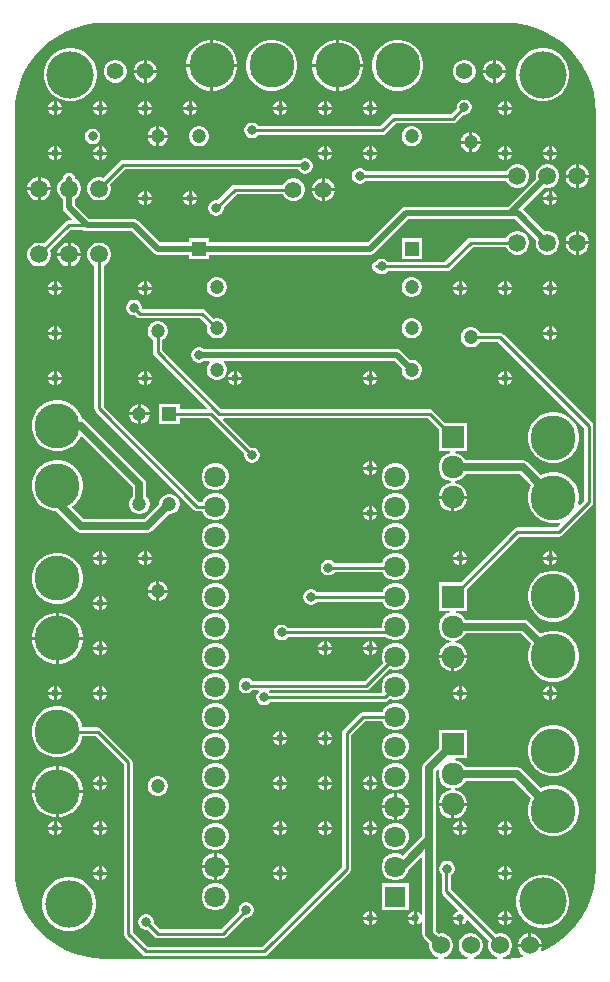
<source format=gbr>
%TF.GenerationSoftware,Altium Limited,Altium Designer,22.7.1 (60)*%
G04 Layer_Physical_Order=2*
G04 Layer_Color=16711680*
%FSLAX45Y45*%
%MOMM*%
%TF.SameCoordinates,6F5B2F55-B7AD-49D5-9618-4F223791D6AE*%
%TF.FilePolarity,Positive*%
%TF.FileFunction,Copper,L2,Bot,Signal*%
%TF.Part,Single*%
G01*
G75*
%TA.AperFunction,Conductor*%
%ADD10C,0.25400*%
%ADD11C,0.50800*%
%ADD12C,0.63500*%
%TA.AperFunction,ViaPad*%
%ADD13C,1.52400*%
%TA.AperFunction,ComponentPad*%
%ADD14C,3.81000*%
%TA.AperFunction,ViaPad*%
%ADD15C,4.00000*%
%TA.AperFunction,ComponentPad*%
%ADD16R,1.92000X1.92000*%
%ADD17C,1.92000*%
%ADD18C,1.20000*%
%ADD19R,1.20000X1.20000*%
%ADD20C,1.50100*%
%ADD21C,1.41400*%
%ADD22C,1.80000*%
%ADD23R,1.80000X1.80000*%
%TA.AperFunction,ViaPad*%
%ADD24C,0.80000*%
%ADD25C,0.65000*%
G36*
X4285298Y7957038D02*
X4369523Y7942728D01*
X4451616Y7919077D01*
X4530545Y7886384D01*
X4605317Y7845058D01*
X4674992Y7795621D01*
X4738694Y7738694D01*
X4795621Y7674992D01*
X4845058Y7605317D01*
X4886384Y7530545D01*
X4919077Y7451616D01*
X4942728Y7369523D01*
X4957038Y7285298D01*
X4961680Y7202646D01*
X4961153Y7200000D01*
Y787982D01*
X4957038Y714702D01*
X4942728Y630477D01*
X4919077Y548384D01*
X4886384Y469455D01*
X4845058Y394683D01*
X4795621Y325008D01*
X4738694Y261306D01*
X4674992Y204379D01*
X4605317Y154942D01*
X4530545Y113616D01*
X4502831Y102137D01*
X4495195Y112720D01*
X4501600Y136624D01*
Y137300D01*
X4298400D01*
Y136624D01*
X4305324Y110784D01*
X4318700Y87616D01*
X4337616Y68700D01*
X4343946Y65045D01*
X4341701Y52545D01*
X4285298Y42962D01*
X4202646Y38320D01*
X4200000Y38847D01*
X4176791D01*
X4175119Y51547D01*
X4189216Y55324D01*
X4212384Y68700D01*
X4231300Y87616D01*
X4244676Y110784D01*
X4251600Y136624D01*
Y163376D01*
X4244676Y189216D01*
X4231300Y212384D01*
X4212384Y231300D01*
X4189216Y244676D01*
X4163376Y251600D01*
X4136624D01*
X4110784Y244676D01*
X4110453Y244485D01*
X3732027Y622910D01*
Y742973D01*
X3740157Y747667D01*
X3752333Y759843D01*
X3760943Y774756D01*
X3765400Y791390D01*
Y808610D01*
X3760943Y825243D01*
X3752333Y840157D01*
X3740157Y852333D01*
X3725244Y860943D01*
X3708610Y865400D01*
X3691390D01*
X3674756Y860943D01*
X3659843Y852333D01*
X3647667Y840157D01*
X3639057Y825243D01*
X3634600Y808610D01*
Y791390D01*
X3639057Y774756D01*
X3647667Y759843D01*
X3654334Y753177D01*
Y606820D01*
X3657291Y591954D01*
X3665712Y579351D01*
X3794430Y450633D01*
X3791213Y435889D01*
X3777202Y430085D01*
X3760915Y413798D01*
X3752590Y393700D01*
X3810000D01*
Y381000D01*
X3822700D01*
Y323590D01*
X3842798Y331915D01*
X3859085Y348202D01*
X3864889Y362213D01*
X3879633Y365430D01*
X4055515Y189548D01*
X4055324Y189216D01*
X4048400Y163376D01*
Y136624D01*
X4055324Y110784D01*
X4068700Y87616D01*
X4087616Y68700D01*
X4110784Y55324D01*
X4124881Y51547D01*
X4123209Y38847D01*
X3926791D01*
X3925119Y51547D01*
X3939216Y55324D01*
X3962384Y68700D01*
X3981300Y87616D01*
X3994676Y110784D01*
X4001600Y136624D01*
Y163376D01*
X3994676Y189216D01*
X3981300Y212384D01*
X3962384Y231300D01*
X3939216Y244676D01*
X3913376Y251600D01*
X3886624D01*
X3860784Y244676D01*
X3837616Y231300D01*
X3818700Y212384D01*
X3805324Y189216D01*
X3798400Y163376D01*
Y136624D01*
X3805324Y110784D01*
X3818700Y87616D01*
X3837616Y68700D01*
X3860784Y55324D01*
X3874881Y51547D01*
X3873209Y38847D01*
X3676791D01*
X3675119Y51547D01*
X3689216Y55324D01*
X3712384Y68700D01*
X3731300Y87616D01*
X3744676Y110784D01*
X3751600Y136624D01*
Y163376D01*
X3744676Y189216D01*
X3731300Y212384D01*
X3712384Y231300D01*
X3689216Y244676D01*
X3663376Y251600D01*
X3636624D01*
X3632035Y250370D01*
X3608270Y274136D01*
Y1050000D01*
Y1629864D01*
X3623162Y1644756D01*
X3634548Y1638182D01*
X3628600Y1615983D01*
Y1584017D01*
X3636873Y1553141D01*
X3652856Y1525459D01*
X3675459Y1502856D01*
X3703141Y1486873D01*
X3730382Y1479574D01*
Y1466426D01*
X3703141Y1459127D01*
X3675459Y1443144D01*
X3652856Y1420541D01*
X3636873Y1392859D01*
X3628600Y1361983D01*
Y1358700D01*
X3750000D01*
X3871400D01*
Y1361983D01*
X3863127Y1392859D01*
X3847144Y1420541D01*
X3824541Y1443144D01*
X3796859Y1459127D01*
X3769618Y1466426D01*
Y1479574D01*
X3796859Y1486873D01*
X3824541Y1502856D01*
X3847144Y1525459D01*
X3856539Y1541730D01*
X4267863D01*
X4411338Y1398256D01*
X4408672Y1394267D01*
X4392397Y1354975D01*
X4384100Y1313264D01*
Y1270735D01*
X4392397Y1229024D01*
X4408672Y1189733D01*
X4432299Y1154371D01*
X4462372Y1124299D01*
X4497733Y1100672D01*
X4537024Y1084397D01*
X4578736Y1076100D01*
X4621264D01*
X4662976Y1084397D01*
X4702267Y1100672D01*
X4737628Y1124299D01*
X4767700Y1154371D01*
X4791328Y1189733D01*
X4807603Y1229024D01*
X4815900Y1270735D01*
Y1313264D01*
X4807603Y1354975D01*
X4791328Y1394267D01*
X4767700Y1429628D01*
X4737628Y1459700D01*
X4702267Y1483328D01*
X4662976Y1499603D01*
X4621264Y1507900D01*
X4578736D01*
X4537024Y1499603D01*
X4497733Y1483328D01*
X4493743Y1480662D01*
X4333202Y1641203D01*
X4314298Y1653834D01*
X4292000Y1658270D01*
X3856539D01*
X3847144Y1674541D01*
X3824541Y1697144D01*
X3796859Y1713127D01*
X3771581Y1719900D01*
X3773254Y1732600D01*
X3871400D01*
Y1975400D01*
X3628600D01*
Y1815006D01*
X3508797Y1695203D01*
X3496166Y1676299D01*
X3491730Y1654000D01*
Y1074136D01*
X3328470Y910875D01*
X3306543Y923535D01*
X3277193Y931400D01*
X3246807D01*
X3217457Y923535D01*
X3191143Y908343D01*
X3169657Y886857D01*
X3154465Y860543D01*
X3146600Y831193D01*
Y800807D01*
X3154465Y771457D01*
X3169657Y745143D01*
X3191143Y723657D01*
X3217457Y708464D01*
X3246807Y700600D01*
X3277193D01*
X3306543Y708464D01*
X3332857Y723657D01*
X3354343Y745143D01*
X3369536Y771457D01*
X3375272Y792866D01*
X3479997Y897591D01*
X3491730Y892731D01*
Y414042D01*
X3479030Y411516D01*
X3478085Y413798D01*
X3461798Y430085D01*
X3441700Y438410D01*
Y381000D01*
Y323590D01*
X3461798Y331915D01*
X3478085Y348202D01*
X3479030Y350484D01*
X3491730Y347958D01*
Y250000D01*
X3496166Y227701D01*
X3508797Y208797D01*
X3549630Y167965D01*
X3548400Y163376D01*
Y136624D01*
X3555324Y110784D01*
X3568700Y87616D01*
X3587616Y68700D01*
X3610784Y55324D01*
X3624881Y51547D01*
X3623209Y38847D01*
X800000D01*
X797354Y38320D01*
X714702Y42962D01*
X630477Y57272D01*
X548384Y80923D01*
X469455Y113616D01*
X394683Y154942D01*
X325008Y204379D01*
X261306Y261306D01*
X204379Y325008D01*
X154942Y394683D01*
X113616Y469455D01*
X80923Y548384D01*
X57272Y630477D01*
X42962Y714702D01*
X38320Y797354D01*
X38847Y800000D01*
Y5200000D01*
Y7200000D01*
X38320Y7202646D01*
X42962Y7285298D01*
X57272Y7369523D01*
X80923Y7451616D01*
X113616Y7530545D01*
X154942Y7605317D01*
X204379Y7674992D01*
X261306Y7738694D01*
X325008Y7795621D01*
X394683Y7845058D01*
X469455Y7886384D01*
X548384Y7919077D01*
X630477Y7942728D01*
X714702Y7957038D01*
X797354Y7961680D01*
X800000Y7961153D01*
X4200000D01*
X4202646Y7961680D01*
X4285298Y7957038D01*
D02*
G37*
%LPC*%
G36*
X2796839Y7815900D02*
X2788275D01*
Y7612700D01*
X2991475D01*
Y7621264D01*
X2983178Y7662976D01*
X2966903Y7702267D01*
X2943275Y7737628D01*
X2913203Y7767700D01*
X2877842Y7791328D01*
X2838550Y7807603D01*
X2796839Y7815900D01*
D02*
G37*
G36*
X1730014D02*
X1721449D01*
Y7612700D01*
X1924649D01*
Y7621264D01*
X1916352Y7662976D01*
X1900077Y7702267D01*
X1876450Y7737628D01*
X1846378Y7767700D01*
X1811016Y7791328D01*
X1771725Y7807603D01*
X1730014Y7815900D01*
D02*
G37*
G36*
X2762875D02*
X2754310D01*
X2712599Y7807603D01*
X2673308Y7791328D01*
X2637946Y7767700D01*
X2607874Y7737628D01*
X2584247Y7702267D01*
X2567971Y7662976D01*
X2559675Y7621264D01*
Y7612700D01*
X2762875D01*
Y7815900D01*
D02*
G37*
G36*
X1696049D02*
X1687485D01*
X1645773Y7807603D01*
X1606482Y7791328D01*
X1571121Y7767700D01*
X1541049Y7737628D01*
X1517421Y7702267D01*
X1501146Y7662976D01*
X1492849Y7621264D01*
Y7612700D01*
X1696049D01*
Y7815900D01*
D02*
G37*
G36*
X4112700Y7646087D02*
Y7562700D01*
X4196087D01*
X4189551Y7587093D01*
X4176899Y7609007D01*
X4159007Y7626899D01*
X4137093Y7639551D01*
X4112700Y7646087D01*
D02*
G37*
G36*
X1159024D02*
Y7562700D01*
X1242411D01*
X1235875Y7587093D01*
X1223223Y7609007D01*
X1205331Y7626899D01*
X1183417Y7639551D01*
X1159024Y7646087D01*
D02*
G37*
G36*
X4087300D02*
X4062907Y7639551D01*
X4040993Y7626899D01*
X4023101Y7609007D01*
X4010449Y7587093D01*
X4003913Y7562700D01*
X4087300D01*
Y7646087D01*
D02*
G37*
G36*
X1133624D02*
X1109231Y7639551D01*
X1087317Y7626899D01*
X1069425Y7609007D01*
X1056773Y7587093D01*
X1050237Y7562700D01*
X1133624D01*
Y7646087D01*
D02*
G37*
G36*
X4087300Y7537300D02*
X4003913D01*
X4010449Y7512907D01*
X4023101Y7490993D01*
X4040993Y7473101D01*
X4062907Y7460449D01*
X4087300Y7453913D01*
Y7537300D01*
D02*
G37*
G36*
X1133624D02*
X1050237D01*
X1056773Y7512907D01*
X1069425Y7490993D01*
X1087317Y7473101D01*
X1109231Y7460449D01*
X1133624Y7453913D01*
Y7537300D01*
D02*
G37*
G36*
X1242411D02*
X1159024D01*
Y7453913D01*
X1183417Y7460449D01*
X1205331Y7473101D01*
X1223223Y7490993D01*
X1235875Y7512907D01*
X1242411Y7537300D01*
D02*
G37*
G36*
X4196087D02*
X4112700D01*
Y7453913D01*
X4137093Y7460449D01*
X4159007Y7473101D01*
X4176899Y7490993D01*
X4189551Y7512907D01*
X4196087Y7537300D01*
D02*
G37*
G36*
X3858652Y7646100D02*
X3833348D01*
X3808907Y7639551D01*
X3786993Y7626899D01*
X3769101Y7609007D01*
X3756449Y7587093D01*
X3749900Y7562652D01*
Y7537348D01*
X3756449Y7512907D01*
X3769101Y7490993D01*
X3786993Y7473101D01*
X3808907Y7460449D01*
X3833348Y7453900D01*
X3858652D01*
X3883093Y7460449D01*
X3905007Y7473101D01*
X3922899Y7490993D01*
X3935551Y7512907D01*
X3942100Y7537348D01*
Y7562652D01*
X3935551Y7587093D01*
X3922899Y7609007D01*
X3905007Y7626899D01*
X3883093Y7639551D01*
X3858652Y7646100D01*
D02*
G37*
G36*
X904976D02*
X879672D01*
X855231Y7639551D01*
X833317Y7626899D01*
X815425Y7609007D01*
X802773Y7587093D01*
X796224Y7562652D01*
Y7537348D01*
X802773Y7512907D01*
X815425Y7490993D01*
X833317Y7473101D01*
X855231Y7460449D01*
X879672Y7453900D01*
X904976D01*
X929417Y7460449D01*
X951331Y7473101D01*
X969223Y7490993D01*
X981875Y7512907D01*
X988424Y7537348D01*
Y7562652D01*
X981875Y7587093D01*
X969223Y7609007D01*
X951331Y7626899D01*
X929417Y7639551D01*
X904976Y7646100D01*
D02*
G37*
G36*
X3304839Y7815900D02*
X3262310D01*
X3220599Y7807603D01*
X3181308Y7791328D01*
X3145946Y7767700D01*
X3115874Y7737628D01*
X3092247Y7702267D01*
X3075971Y7662976D01*
X3067675Y7621264D01*
Y7578736D01*
X3075971Y7537024D01*
X3092247Y7497733D01*
X3115874Y7462372D01*
X3145946Y7432300D01*
X3181308Y7408672D01*
X3220599Y7392397D01*
X3262310Y7384100D01*
X3304839D01*
X3346550Y7392397D01*
X3385842Y7408672D01*
X3421203Y7432300D01*
X3451275Y7462372D01*
X3474903Y7497733D01*
X3491178Y7537024D01*
X3499475Y7578736D01*
Y7621264D01*
X3491178Y7662976D01*
X3474903Y7702267D01*
X3451275Y7737628D01*
X3421203Y7767700D01*
X3385842Y7791328D01*
X3346550Y7807603D01*
X3304839Y7815900D01*
D02*
G37*
G36*
X2991475Y7587300D02*
X2788275D01*
Y7384100D01*
X2796839D01*
X2838550Y7392397D01*
X2877842Y7408672D01*
X2913203Y7432300D01*
X2943275Y7462372D01*
X2966903Y7497733D01*
X2983178Y7537024D01*
X2991475Y7578736D01*
Y7587300D01*
D02*
G37*
G36*
X2762875D02*
X2559675D01*
Y7578736D01*
X2567971Y7537024D01*
X2584247Y7497733D01*
X2607874Y7462372D01*
X2637946Y7432300D01*
X2673308Y7408672D01*
X2712599Y7392397D01*
X2754310Y7384100D01*
X2762875D01*
Y7587300D01*
D02*
G37*
G36*
X2238014Y7815900D02*
X2195485D01*
X2153773Y7807603D01*
X2114482Y7791328D01*
X2079121Y7767700D01*
X2049049Y7737628D01*
X2025421Y7702267D01*
X2009146Y7662976D01*
X2000849Y7621264D01*
Y7578736D01*
X2009146Y7537024D01*
X2025421Y7497733D01*
X2049049Y7462372D01*
X2079121Y7432300D01*
X2114482Y7408672D01*
X2153773Y7392397D01*
X2195485Y7384100D01*
X2238014D01*
X2279725Y7392397D01*
X2319016Y7408672D01*
X2354378Y7432300D01*
X2384450Y7462372D01*
X2408077Y7497733D01*
X2424352Y7537024D01*
X2432649Y7578736D01*
Y7621264D01*
X2424352Y7662976D01*
X2408077Y7702267D01*
X2384450Y7737628D01*
X2354378Y7767700D01*
X2319016Y7791328D01*
X2279725Y7807603D01*
X2238014Y7815900D01*
D02*
G37*
G36*
X1924649Y7587300D02*
X1721449D01*
Y7384100D01*
X1730014D01*
X1771725Y7392397D01*
X1811016Y7408672D01*
X1846378Y7432300D01*
X1876450Y7462372D01*
X1900077Y7497733D01*
X1916352Y7537024D01*
X1924649Y7578736D01*
Y7587300D01*
D02*
G37*
G36*
X1696049D02*
X1492849D01*
Y7578736D01*
X1501146Y7537024D01*
X1517421Y7497733D01*
X1541049Y7462372D01*
X1571121Y7432300D01*
X1606482Y7408672D01*
X1645773Y7392397D01*
X1687485Y7384100D01*
X1696049D01*
Y7587300D01*
D02*
G37*
G36*
X4533026Y7747999D02*
X4488627D01*
X4445080Y7739337D01*
X4404060Y7722346D01*
X4367142Y7697679D01*
X4335747Y7666283D01*
X4311080Y7629366D01*
X4294088Y7588346D01*
X4285427Y7544799D01*
Y7500399D01*
X4294088Y7456852D01*
X4311080Y7415832D01*
X4335747Y7378915D01*
X4367142Y7347519D01*
X4404060Y7322852D01*
X4445080Y7305861D01*
X4488627Y7297199D01*
X4533026D01*
X4576573Y7305861D01*
X4617593Y7322852D01*
X4654510Y7347519D01*
X4685906Y7378915D01*
X4710573Y7415832D01*
X4727564Y7456852D01*
X4736226Y7500399D01*
Y7544799D01*
X4727564Y7588346D01*
X4710573Y7629366D01*
X4685906Y7666283D01*
X4654510Y7697679D01*
X4617593Y7722346D01*
X4576573Y7739337D01*
X4533026Y7747999D01*
D02*
G37*
G36*
X533026D02*
X488627D01*
X445080Y7739337D01*
X404060Y7722346D01*
X367143Y7697679D01*
X335747Y7666283D01*
X311080Y7629366D01*
X294089Y7588346D01*
X285427Y7544799D01*
Y7500399D01*
X294089Y7456852D01*
X311080Y7415832D01*
X335747Y7378915D01*
X367143Y7347519D01*
X404060Y7322852D01*
X445080Y7305861D01*
X488627Y7297199D01*
X533026D01*
X576573Y7305861D01*
X617593Y7322852D01*
X654511Y7347519D01*
X685906Y7378915D01*
X710573Y7415832D01*
X727564Y7456852D01*
X736226Y7500399D01*
Y7544799D01*
X727564Y7588346D01*
X710573Y7629366D01*
X685906Y7666283D01*
X654511Y7697679D01*
X617593Y7722346D01*
X576573Y7739337D01*
X533026Y7747999D01*
D02*
G37*
G36*
X4203700Y7296410D02*
Y7251700D01*
X4248410D01*
X4240085Y7271798D01*
X4223798Y7288085D01*
X4203700Y7296410D01*
D02*
G37*
G36*
X4178300D02*
X4158202Y7288085D01*
X4141915Y7271798D01*
X4133590Y7251700D01*
X4178300D01*
Y7296410D01*
D02*
G37*
G36*
X3060700D02*
Y7251700D01*
X3105410D01*
X3097085Y7271798D01*
X3080798Y7288085D01*
X3060700Y7296410D01*
D02*
G37*
G36*
X3035300D02*
X3015202Y7288085D01*
X2998915Y7271798D01*
X2990590Y7251700D01*
X3035300D01*
Y7296410D01*
D02*
G37*
G36*
X2679700D02*
Y7251700D01*
X2724410D01*
X2716085Y7271798D01*
X2699798Y7288085D01*
X2679700Y7296410D01*
D02*
G37*
G36*
X2654300D02*
X2634202Y7288085D01*
X2617915Y7271798D01*
X2609590Y7251700D01*
X2654300D01*
Y7296410D01*
D02*
G37*
G36*
X2298700D02*
Y7251700D01*
X2343410D01*
X2335085Y7271798D01*
X2318798Y7288085D01*
X2298700Y7296410D01*
D02*
G37*
G36*
X2273300D02*
X2253202Y7288085D01*
X2236915Y7271798D01*
X2228590Y7251700D01*
X2273300D01*
Y7296410D01*
D02*
G37*
G36*
X1536700D02*
Y7251700D01*
X1581410D01*
X1573085Y7271798D01*
X1556798Y7288085D01*
X1536700Y7296410D01*
D02*
G37*
G36*
X1511300D02*
X1491202Y7288085D01*
X1474915Y7271798D01*
X1466590Y7251700D01*
X1511300D01*
Y7296410D01*
D02*
G37*
G36*
X1155700D02*
Y7251700D01*
X1200410D01*
X1192085Y7271798D01*
X1175798Y7288085D01*
X1155700Y7296410D01*
D02*
G37*
G36*
X1130300D02*
X1110202Y7288085D01*
X1093915Y7271798D01*
X1085590Y7251700D01*
X1130300D01*
Y7296410D01*
D02*
G37*
G36*
X774700D02*
Y7251700D01*
X819410D01*
X811085Y7271798D01*
X794798Y7288085D01*
X774700Y7296410D01*
D02*
G37*
G36*
X749300D02*
X729202Y7288085D01*
X712915Y7271798D01*
X704590Y7251700D01*
X749300D01*
Y7296410D01*
D02*
G37*
G36*
X393700D02*
Y7251700D01*
X438410D01*
X430085Y7271798D01*
X413798Y7288085D01*
X393700Y7296410D01*
D02*
G37*
G36*
X368300D02*
X348202Y7288085D01*
X331915Y7271798D01*
X323590Y7251700D01*
X368300D01*
Y7296410D01*
D02*
G37*
G36*
X1581410Y7226300D02*
X1536700D01*
Y7181590D01*
X1556798Y7189915D01*
X1573085Y7206202D01*
X1581410Y7226300D01*
D02*
G37*
G36*
X1511300D02*
X1466590D01*
X1474915Y7206202D01*
X1491202Y7189915D01*
X1511300Y7181590D01*
Y7226300D01*
D02*
G37*
G36*
X1200410D02*
X1155700D01*
Y7181590D01*
X1175798Y7189915D01*
X1192085Y7206202D01*
X1200410Y7226300D01*
D02*
G37*
G36*
X1130300D02*
X1085590D01*
X1093915Y7206202D01*
X1110202Y7189915D01*
X1130300Y7181590D01*
Y7226300D01*
D02*
G37*
G36*
X819410D02*
X774700D01*
Y7181590D01*
X794798Y7189915D01*
X811085Y7206202D01*
X819410Y7226300D01*
D02*
G37*
G36*
X749300D02*
X704590D01*
X712915Y7206202D01*
X729202Y7189915D01*
X749300Y7181590D01*
Y7226300D01*
D02*
G37*
G36*
X438410D02*
X393700D01*
Y7181590D01*
X413798Y7189915D01*
X430085Y7206202D01*
X438410Y7226300D01*
D02*
G37*
G36*
X368300D02*
X323590D01*
X331915Y7206202D01*
X348202Y7189915D01*
X368300Y7181590D01*
Y7226300D01*
D02*
G37*
G36*
X4248410D02*
X4203700D01*
Y7181590D01*
X4223798Y7189915D01*
X4240085Y7206202D01*
X4248410Y7226300D01*
D02*
G37*
G36*
X4178300D02*
X4133590D01*
X4141915Y7206202D01*
X4158202Y7189915D01*
X4178300Y7181590D01*
Y7226300D01*
D02*
G37*
G36*
X3105410D02*
X3060700D01*
Y7181590D01*
X3080798Y7189915D01*
X3097085Y7206202D01*
X3105410Y7226300D01*
D02*
G37*
G36*
X3035300D02*
X2990590D01*
X2998915Y7206202D01*
X3015202Y7189915D01*
X3035300Y7181590D01*
Y7226300D01*
D02*
G37*
G36*
X2724410D02*
X2679700D01*
Y7181590D01*
X2699798Y7189915D01*
X2716085Y7206202D01*
X2724410Y7226300D01*
D02*
G37*
G36*
X2654300D02*
X2609590D01*
X2617915Y7206202D01*
X2634202Y7189915D01*
X2654300Y7181590D01*
Y7226300D01*
D02*
G37*
G36*
X2343410D02*
X2298700D01*
Y7181590D01*
X2318798Y7189915D01*
X2335085Y7206202D01*
X2343410Y7226300D01*
D02*
G37*
G36*
X2273300D02*
X2228590D01*
X2236915Y7206202D01*
X2253202Y7189915D01*
X2273300Y7181590D01*
Y7226300D01*
D02*
G37*
G36*
X3854610Y7311400D02*
X3837390D01*
X3820756Y7306943D01*
X3805843Y7298333D01*
X3793667Y7286157D01*
X3785057Y7271244D01*
X3780600Y7254610D01*
Y7237390D01*
X3780991Y7235929D01*
X3733909Y7188846D01*
X3250000D01*
X3235134Y7185889D01*
X3222531Y7177468D01*
X3133909Y7088847D01*
X2103089D01*
X2102333Y7090157D01*
X2090157Y7102333D01*
X2075244Y7110943D01*
X2058610Y7115400D01*
X2041390D01*
X2024756Y7110943D01*
X2009843Y7102333D01*
X1997667Y7090157D01*
X1989057Y7075244D01*
X1984600Y7058610D01*
Y7041390D01*
X1989057Y7024757D01*
X1997667Y7009843D01*
X2009843Y6997667D01*
X2024756Y6989057D01*
X2041390Y6984600D01*
X2058610D01*
X2075244Y6989057D01*
X2090157Y6997667D01*
X2102333Y7009843D01*
X2103089Y7011154D01*
X3150000D01*
X3164866Y7014111D01*
X3177469Y7022532D01*
X3266090Y7111153D01*
X3750000D01*
X3764866Y7114110D01*
X3777468Y7122531D01*
X3835929Y7180991D01*
X3837390Y7180600D01*
X3854610D01*
X3871243Y7185057D01*
X3886157Y7193667D01*
X3898333Y7205843D01*
X3906943Y7220756D01*
X3911400Y7237390D01*
Y7254610D01*
X3906943Y7271244D01*
X3898333Y7286157D01*
X3886157Y7298333D01*
X3871243Y7306943D01*
X3854610Y7311400D01*
D02*
G37*
G36*
X1262700Y7085009D02*
Y7012700D01*
X1335010D01*
X1329580Y7032963D01*
X1318337Y7052437D01*
X1302437Y7068337D01*
X1282963Y7079580D01*
X1262700Y7085009D01*
D02*
G37*
G36*
X1237300D02*
X1217037Y7079580D01*
X1197563Y7068337D01*
X1181663Y7052437D01*
X1170420Y7032963D01*
X1164991Y7012700D01*
X1237300D01*
Y7085009D01*
D02*
G37*
G36*
X3912700Y7035010D02*
Y6962700D01*
X3985010D01*
X3979580Y6982963D01*
X3968337Y7002437D01*
X3952437Y7018337D01*
X3932963Y7029580D01*
X3912700Y7035010D01*
D02*
G37*
G36*
X3887300D02*
X3867037Y7029580D01*
X3847563Y7018337D01*
X3831663Y7002437D01*
X3820420Y6982963D01*
X3814991Y6962700D01*
X3887300D01*
Y7035010D01*
D02*
G37*
G36*
X708610Y7065400D02*
X691390D01*
X674757Y7060943D01*
X659843Y7052333D01*
X647667Y7040157D01*
X639057Y7025244D01*
X634600Y7008610D01*
Y6991390D01*
X639057Y6974756D01*
X647667Y6959843D01*
X659843Y6947667D01*
X674757Y6939057D01*
X691390Y6934600D01*
X708610D01*
X725244Y6939057D01*
X740157Y6947667D01*
X752333Y6959843D01*
X760943Y6974756D01*
X765400Y6991390D01*
Y7008610D01*
X760943Y7025244D01*
X752333Y7040157D01*
X740157Y7052333D01*
X725244Y7060943D01*
X708610Y7065400D01*
D02*
G37*
G36*
X1237300Y6987300D02*
X1164991D01*
X1170420Y6967037D01*
X1181663Y6947563D01*
X1197563Y6931663D01*
X1217037Y6920420D01*
X1237300Y6914990D01*
Y6987300D01*
D02*
G37*
G36*
X1335010D02*
X1262700D01*
Y6914990D01*
X1282963Y6920420D01*
X1302437Y6931663D01*
X1318337Y6947563D01*
X1329580Y6967037D01*
X1335010Y6987300D01*
D02*
G37*
G36*
X3411243Y7085400D02*
X3388757D01*
X3367037Y7079580D01*
X3347563Y7068337D01*
X3331663Y7052437D01*
X3320420Y7032963D01*
X3314600Y7011243D01*
Y6988757D01*
X3320420Y6967037D01*
X3331663Y6947563D01*
X3347563Y6931663D01*
X3367037Y6920420D01*
X3388757Y6914600D01*
X3411243D01*
X3432963Y6920420D01*
X3452437Y6931663D01*
X3468337Y6947563D01*
X3479580Y6967037D01*
X3485400Y6988757D01*
Y7011243D01*
X3479580Y7032963D01*
X3468337Y7052437D01*
X3452437Y7068337D01*
X3432963Y7079580D01*
X3411243Y7085400D01*
D02*
G37*
G36*
X1611243D02*
X1588757D01*
X1567037Y7079580D01*
X1547563Y7068337D01*
X1531663Y7052437D01*
X1520420Y7032963D01*
X1514600Y7011243D01*
Y6988757D01*
X1520420Y6967037D01*
X1531663Y6947563D01*
X1547563Y6931663D01*
X1567037Y6920420D01*
X1588757Y6914600D01*
X1611243D01*
X1632963Y6920420D01*
X1652437Y6931663D01*
X1668337Y6947563D01*
X1679580Y6967037D01*
X1685400Y6988757D01*
Y7011243D01*
X1679580Y7032963D01*
X1668337Y7052437D01*
X1652437Y7068337D01*
X1632963Y7079580D01*
X1611243Y7085400D01*
D02*
G37*
G36*
X4584700Y6915410D02*
Y6870700D01*
X4629410D01*
X4621085Y6890798D01*
X4604798Y6907085D01*
X4584700Y6915410D01*
D02*
G37*
G36*
X4559300D02*
X4539202Y6907085D01*
X4522915Y6890798D01*
X4514590Y6870700D01*
X4559300D01*
Y6915410D01*
D02*
G37*
G36*
X4203700D02*
Y6870700D01*
X4248410D01*
X4240085Y6890798D01*
X4223798Y6907085D01*
X4203700Y6915410D01*
D02*
G37*
G36*
X4178300D02*
X4158202Y6907085D01*
X4141915Y6890798D01*
X4133590Y6870700D01*
X4178300D01*
Y6915410D01*
D02*
G37*
G36*
X3060700D02*
Y6870700D01*
X3105410D01*
X3097085Y6890798D01*
X3080798Y6907085D01*
X3060700Y6915410D01*
D02*
G37*
G36*
X3035300D02*
X3015202Y6907085D01*
X2998915Y6890798D01*
X2990590Y6870700D01*
X3035300D01*
Y6915410D01*
D02*
G37*
G36*
X2679700D02*
Y6870700D01*
X2724410D01*
X2716085Y6890798D01*
X2699798Y6907085D01*
X2679700Y6915410D01*
D02*
G37*
G36*
X2654300D02*
X2634202Y6907085D01*
X2617915Y6890798D01*
X2609590Y6870700D01*
X2654300D01*
Y6915410D01*
D02*
G37*
G36*
X774700D02*
Y6870700D01*
X819410D01*
X811085Y6890798D01*
X794798Y6907085D01*
X774700Y6915410D01*
D02*
G37*
G36*
X749300D02*
X729202Y6907085D01*
X712915Y6890798D01*
X704590Y6870700D01*
X749300D01*
Y6915410D01*
D02*
G37*
G36*
X393700D02*
Y6870700D01*
X438410D01*
X430085Y6890798D01*
X413798Y6907085D01*
X393700Y6915410D01*
D02*
G37*
G36*
X368300D02*
X348202Y6907085D01*
X331915Y6890798D01*
X323590Y6870700D01*
X368300D01*
Y6915410D01*
D02*
G37*
G36*
X3985010Y6937300D02*
X3912700D01*
Y6864991D01*
X3932963Y6870420D01*
X3952437Y6881663D01*
X3968337Y6897563D01*
X3979580Y6917037D01*
X3985010Y6937300D01*
D02*
G37*
G36*
X3887300D02*
X3814991D01*
X3820420Y6917037D01*
X3831663Y6897563D01*
X3847563Y6881663D01*
X3867037Y6870420D01*
X3887300Y6864991D01*
Y6937300D01*
D02*
G37*
G36*
X4629410Y6845300D02*
X4584700D01*
Y6800590D01*
X4604798Y6808915D01*
X4621085Y6825202D01*
X4629410Y6845300D01*
D02*
G37*
G36*
X4559300D02*
X4514590D01*
X4522915Y6825202D01*
X4539202Y6808915D01*
X4559300Y6800590D01*
Y6845300D01*
D02*
G37*
G36*
X4248410D02*
X4203700D01*
Y6800590D01*
X4223798Y6808915D01*
X4240085Y6825202D01*
X4248410Y6845300D01*
D02*
G37*
G36*
X4178300D02*
X4133590D01*
X4141915Y6825202D01*
X4158202Y6808915D01*
X4178300Y6800590D01*
Y6845300D01*
D02*
G37*
G36*
X3105410D02*
X3060700D01*
Y6800590D01*
X3080798Y6808915D01*
X3097085Y6825202D01*
X3105410Y6845300D01*
D02*
G37*
G36*
X3035300D02*
X2990590D01*
X2998915Y6825202D01*
X3015202Y6808915D01*
X3035300Y6800590D01*
Y6845300D01*
D02*
G37*
G36*
X2724410D02*
X2679700D01*
Y6800590D01*
X2699798Y6808915D01*
X2716085Y6825202D01*
X2724410Y6845300D01*
D02*
G37*
G36*
X2654300D02*
X2609590D01*
X2617915Y6825202D01*
X2634202Y6808915D01*
X2654300Y6800590D01*
Y6845300D01*
D02*
G37*
G36*
X819410D02*
X774700D01*
Y6800590D01*
X794798Y6808915D01*
X811085Y6825202D01*
X819410Y6845300D01*
D02*
G37*
G36*
X749300D02*
X704590D01*
X712915Y6825202D01*
X729202Y6808915D01*
X749300Y6800590D01*
Y6845300D01*
D02*
G37*
G36*
X438410D02*
X393700D01*
Y6800590D01*
X413798Y6808915D01*
X430085Y6825202D01*
X438410Y6845300D01*
D02*
G37*
G36*
X368300D02*
X323590D01*
X331915Y6825202D01*
X348202Y6808915D01*
X368300Y6800590D01*
Y6845300D01*
D02*
G37*
G36*
X4309225Y6764475D02*
X4282776D01*
X4257228Y6757630D01*
X4234322Y6744405D01*
X4215620Y6725703D01*
X4202438Y6702872D01*
X3012630D01*
X3012280Y6703478D01*
X3000103Y6715654D01*
X2985190Y6724264D01*
X2968557Y6728721D01*
X2951337D01*
X2934703Y6724264D01*
X2919790Y6715654D01*
X2907614Y6703478D01*
X2899004Y6688565D01*
X2894547Y6671932D01*
Y6654711D01*
X2899004Y6638078D01*
X2907614Y6623165D01*
X2919790Y6610989D01*
X2934703Y6602378D01*
X2951337Y6597922D01*
X2968557D01*
X2985190Y6602378D01*
X3000103Y6610989D01*
X3012280Y6623165D01*
X3013443Y6625179D01*
X4202438D01*
X4215620Y6602347D01*
X4234322Y6583645D01*
X4257228Y6570421D01*
X4282776Y6563575D01*
X4309225D01*
X4334772Y6570421D01*
X4357678Y6583645D01*
X4376380Y6602347D01*
X4389605Y6625253D01*
X4396450Y6650801D01*
Y6677250D01*
X4389605Y6702798D01*
X4376380Y6725703D01*
X4357678Y6744405D01*
X4334772Y6757630D01*
X4309225Y6764475D01*
D02*
G37*
G36*
X2508610Y6815400D02*
X2491390D01*
X2474757Y6810943D01*
X2459843Y6802333D01*
X2457051Y6799541D01*
X956719D01*
X941854Y6796584D01*
X929251Y6788163D01*
X792690Y6651601D01*
X767225Y6658425D01*
X740776D01*
X715228Y6651579D01*
X692322Y6638355D01*
X673620Y6619652D01*
X660395Y6596747D01*
X653550Y6571199D01*
Y6544750D01*
X660395Y6519202D01*
X673620Y6496297D01*
X692322Y6477595D01*
X715228Y6464370D01*
X740776Y6457525D01*
X767225D01*
X792772Y6464370D01*
X815678Y6477595D01*
X834380Y6496297D01*
X847605Y6519202D01*
X854450Y6544750D01*
Y6571199D01*
X847627Y6596664D01*
X972810Y6721848D01*
X2440737D01*
X2447667Y6709843D01*
X2459843Y6697667D01*
X2474757Y6689057D01*
X2491390Y6684600D01*
X2508610D01*
X2525244Y6689057D01*
X2540157Y6697667D01*
X2552333Y6709843D01*
X2560943Y6724756D01*
X2565400Y6741390D01*
Y6758610D01*
X2560943Y6775243D01*
X2552333Y6790157D01*
X2540157Y6802333D01*
X2525244Y6810943D01*
X2508610Y6815400D01*
D02*
G37*
G36*
X4817225Y6764475D02*
X4816700D01*
Y6676725D01*
X4904450D01*
Y6677250D01*
X4897605Y6702798D01*
X4884380Y6725703D01*
X4865678Y6744405D01*
X4842772Y6757630D01*
X4817225Y6764475D01*
D02*
G37*
G36*
X4791300D02*
X4790776D01*
X4765228Y6757630D01*
X4742322Y6744405D01*
X4723620Y6725703D01*
X4710395Y6702798D01*
X4703550Y6677250D01*
Y6676725D01*
X4791300D01*
Y6764475D01*
D02*
G37*
G36*
X259225Y6658425D02*
X258700D01*
Y6570675D01*
X346450D01*
Y6571199D01*
X339605Y6596747D01*
X326380Y6619652D01*
X307678Y6638355D01*
X284772Y6651579D01*
X259225Y6658425D01*
D02*
G37*
G36*
X233300D02*
X232776D01*
X207228Y6651579D01*
X184322Y6638355D01*
X165620Y6619652D01*
X152395Y6596747D01*
X145550Y6571199D01*
Y6570675D01*
X233300D01*
Y6658425D01*
D02*
G37*
G36*
X4904450Y6651325D02*
X4816700D01*
Y6563575D01*
X4817225D01*
X4842772Y6570421D01*
X4865678Y6583645D01*
X4884380Y6602347D01*
X4897605Y6625253D01*
X4904450Y6650801D01*
Y6651325D01*
D02*
G37*
G36*
X4791300D02*
X4703550D01*
Y6650801D01*
X4710395Y6625253D01*
X4723620Y6602347D01*
X4742322Y6583645D01*
X4765228Y6570421D01*
X4790776Y6563575D01*
X4791300D01*
Y6651325D01*
D02*
G37*
G36*
X2666700Y6646087D02*
Y6562700D01*
X2750087D01*
X2743551Y6587093D01*
X2730899Y6609007D01*
X2713007Y6626899D01*
X2691093Y6639551D01*
X2666700Y6646087D01*
D02*
G37*
G36*
X2641300D02*
X2616907Y6639551D01*
X2594993Y6626899D01*
X2577101Y6609007D01*
X2564449Y6587093D01*
X2557913Y6562700D01*
X2641300D01*
Y6646087D01*
D02*
G37*
G36*
X4584700Y6534410D02*
Y6489700D01*
X4629410D01*
X4621085Y6509798D01*
X4604798Y6526085D01*
X4584700Y6534410D01*
D02*
G37*
G36*
X4559300D02*
X4539202Y6526085D01*
X4522915Y6509798D01*
X4514590Y6489700D01*
X4559300D01*
Y6534410D01*
D02*
G37*
G36*
X1536700D02*
Y6489700D01*
X1581410D01*
X1573085Y6509798D01*
X1556798Y6526085D01*
X1536700Y6534410D01*
D02*
G37*
G36*
X1511300D02*
X1491202Y6526085D01*
X1474915Y6509798D01*
X1466590Y6489700D01*
X1511300D01*
Y6534410D01*
D02*
G37*
G36*
X1155700D02*
Y6489700D01*
X1200410D01*
X1192085Y6509798D01*
X1175798Y6526085D01*
X1155700Y6534410D01*
D02*
G37*
G36*
X1130300D02*
X1110202Y6526085D01*
X1093915Y6509798D01*
X1085590Y6489700D01*
X1130300D01*
Y6534410D01*
D02*
G37*
G36*
X346450Y6545275D02*
X258700D01*
Y6457525D01*
X259225D01*
X284772Y6464370D01*
X307678Y6477595D01*
X326380Y6496297D01*
X339605Y6519202D01*
X346450Y6544750D01*
Y6545275D01*
D02*
G37*
G36*
X233300D02*
X145550D01*
Y6544750D01*
X152395Y6519202D01*
X165620Y6496297D01*
X184322Y6477595D01*
X207228Y6464370D01*
X232776Y6457525D01*
X233300D01*
Y6545275D01*
D02*
G37*
G36*
X2750087Y6537300D02*
X2666700D01*
Y6453913D01*
X2691093Y6460449D01*
X2713007Y6473101D01*
X2730899Y6490993D01*
X2743551Y6512907D01*
X2750087Y6537300D01*
D02*
G37*
G36*
X2641300D02*
X2557913D01*
X2564449Y6512907D01*
X2577101Y6490993D01*
X2594993Y6473101D01*
X2616907Y6460449D01*
X2641300Y6453913D01*
Y6537300D01*
D02*
G37*
G36*
X2412652Y6646100D02*
X2387348D01*
X2362907Y6639551D01*
X2340993Y6626899D01*
X2323101Y6609007D01*
X2311461Y6588847D01*
X1901544D01*
X1886678Y6585890D01*
X1874076Y6577469D01*
X1755342Y6458735D01*
X1753881Y6459127D01*
X1736661D01*
X1720028Y6454670D01*
X1705114Y6446060D01*
X1692938Y6433884D01*
X1684328Y6418970D01*
X1679871Y6402337D01*
Y6385117D01*
X1684328Y6368483D01*
X1692938Y6353570D01*
X1705114Y6341394D01*
X1720028Y6332784D01*
X1736661Y6328327D01*
X1753881D01*
X1770515Y6332784D01*
X1785428Y6341394D01*
X1797604Y6353570D01*
X1806214Y6368483D01*
X1810671Y6385117D01*
Y6402337D01*
X1810280Y6403798D01*
X1917635Y6511154D01*
X2311461D01*
X2323101Y6490993D01*
X2340993Y6473101D01*
X2362907Y6460449D01*
X2387348Y6453900D01*
X2412652D01*
X2437093Y6460449D01*
X2459007Y6473101D01*
X2476899Y6490993D01*
X2489551Y6512907D01*
X2496100Y6537348D01*
Y6562652D01*
X2489551Y6587093D01*
X2476899Y6609007D01*
X2459007Y6626899D01*
X2437093Y6639551D01*
X2412652Y6646100D01*
D02*
G37*
G36*
X4629410Y6464300D02*
X4584700D01*
Y6419590D01*
X4604798Y6427915D01*
X4621085Y6444202D01*
X4629410Y6464300D01*
D02*
G37*
G36*
X4559300D02*
X4514590D01*
X4522915Y6444202D01*
X4539202Y6427915D01*
X4559300Y6419590D01*
Y6464300D01*
D02*
G37*
G36*
X1581410D02*
X1536700D01*
Y6419590D01*
X1556798Y6427915D01*
X1573085Y6444202D01*
X1581410Y6464300D01*
D02*
G37*
G36*
X1511300D02*
X1466590D01*
X1474915Y6444202D01*
X1491202Y6427915D01*
X1511300Y6419590D01*
Y6464300D01*
D02*
G37*
G36*
X1200410D02*
X1155700D01*
Y6419590D01*
X1175798Y6427915D01*
X1192085Y6444202D01*
X1200410Y6464300D01*
D02*
G37*
G36*
X1130300D02*
X1085590D01*
X1093915Y6444202D01*
X1110202Y6427915D01*
X1130300Y6419590D01*
Y6464300D01*
D02*
G37*
G36*
X4817225Y6200450D02*
X4816700D01*
Y6112700D01*
X4904450D01*
Y6113225D01*
X4897605Y6138772D01*
X4884380Y6161678D01*
X4865678Y6180380D01*
X4842772Y6193605D01*
X4817225Y6200450D01*
D02*
G37*
G36*
X4791300D02*
X4790776D01*
X4765228Y6193605D01*
X4742322Y6180380D01*
X4723620Y6161678D01*
X4710395Y6138772D01*
X4703550Y6113225D01*
Y6112700D01*
X4791300D01*
Y6200450D01*
D02*
G37*
G36*
X4563225Y6764475D02*
X4536776D01*
X4511228Y6757630D01*
X4488322Y6744405D01*
X4469620Y6725703D01*
X4456395Y6702798D01*
X4449550Y6677250D01*
Y6650801D01*
X4452504Y6639778D01*
X4214520Y6401795D01*
X3350000D01*
X3330179Y6397853D01*
X3313375Y6386625D01*
X3313375Y6386624D01*
X3028546Y6101795D01*
X1685400D01*
Y6135400D01*
X1514600D01*
Y6101795D01*
X1271454D01*
X1086625Y6286625D01*
X1069821Y6297853D01*
X1050000Y6301795D01*
X671455D01*
X551795Y6421455D01*
Y6471889D01*
X561678Y6477595D01*
X580380Y6496297D01*
X593605Y6519202D01*
X600450Y6544750D01*
Y6571199D01*
X593605Y6596747D01*
X580380Y6619652D01*
X561678Y6638355D01*
X551349Y6644318D01*
X547853Y6661897D01*
X536625Y6678700D01*
X519821Y6689928D01*
X500000Y6693871D01*
X480179Y6689928D01*
X463375Y6678700D01*
X452147Y6661897D01*
X448651Y6644318D01*
X438322Y6638355D01*
X419620Y6619652D01*
X406395Y6596747D01*
X399550Y6571199D01*
Y6544750D01*
X406395Y6519202D01*
X419620Y6496297D01*
X438322Y6477595D01*
X448205Y6471889D01*
Y6400000D01*
X452147Y6380179D01*
X463375Y6363375D01*
X526171Y6300580D01*
X521311Y6288846D01*
X496000D01*
X481134Y6285889D01*
X468531Y6277469D01*
X284690Y6093627D01*
X259225Y6100450D01*
X232776D01*
X207228Y6093605D01*
X184322Y6080380D01*
X165620Y6061678D01*
X152395Y6038772D01*
X145550Y6013224D01*
Y5986775D01*
X152395Y5961228D01*
X165620Y5938322D01*
X184322Y5919620D01*
X207228Y5906395D01*
X232776Y5899550D01*
X259225D01*
X284772Y5906395D01*
X307678Y5919620D01*
X326380Y5938322D01*
X339605Y5961228D01*
X346450Y5986775D01*
Y6013224D01*
X339627Y6038689D01*
X512091Y6211153D01*
X616701D01*
X630179Y6202147D01*
X650000Y6198205D01*
X650001Y6198205D01*
X1028546D01*
X1213375Y6013375D01*
X1230179Y6002148D01*
X1250000Y5998205D01*
X1514600D01*
Y5964600D01*
X1685400D01*
Y5998205D01*
X3050000D01*
X3069821Y6002148D01*
X3086625Y6013375D01*
X3371454Y6298205D01*
X4278546D01*
X4452504Y6124247D01*
X4449550Y6113225D01*
Y6086775D01*
X4456395Y6061228D01*
X4469620Y6038322D01*
X4488322Y6019620D01*
X4511228Y6006395D01*
X4536776Y5999550D01*
X4563225D01*
X4588772Y6006395D01*
X4611678Y6019620D01*
X4630380Y6038322D01*
X4643605Y6061228D01*
X4650450Y6086775D01*
Y6113225D01*
X4643605Y6138772D01*
X4630380Y6161678D01*
X4611678Y6180380D01*
X4588772Y6193605D01*
X4563225Y6200450D01*
X4536776D01*
X4525753Y6197496D01*
X4341237Y6382013D01*
X4525753Y6566529D01*
X4536776Y6563575D01*
X4563225D01*
X4588772Y6570421D01*
X4611678Y6583645D01*
X4630380Y6602347D01*
X4643605Y6625253D01*
X4650450Y6650801D01*
Y6677250D01*
X4643605Y6702798D01*
X4630380Y6725703D01*
X4611678Y6744405D01*
X4588772Y6757630D01*
X4563225Y6764475D01*
D02*
G37*
G36*
X513225Y6100450D02*
X512700D01*
Y6012700D01*
X600450D01*
Y6013224D01*
X593605Y6038772D01*
X580380Y6061678D01*
X561678Y6080380D01*
X538772Y6093605D01*
X513225Y6100450D01*
D02*
G37*
G36*
X487300D02*
X486776D01*
X461228Y6093605D01*
X438322Y6080380D01*
X419620Y6061678D01*
X406395Y6038772D01*
X399550Y6013224D01*
Y6012700D01*
X487300D01*
Y6100450D01*
D02*
G37*
G36*
X4904450Y6087300D02*
X4816700D01*
Y5999550D01*
X4817225D01*
X4842772Y6006395D01*
X4865678Y6019620D01*
X4884380Y6038322D01*
X4897605Y6061228D01*
X4904450Y6086775D01*
Y6087300D01*
D02*
G37*
G36*
X4791300D02*
X4703550D01*
Y6086775D01*
X4710395Y6061228D01*
X4723620Y6038322D01*
X4742322Y6019620D01*
X4765228Y6006395D01*
X4790776Y5999550D01*
X4791300D01*
Y6087300D01*
D02*
G37*
G36*
X4309225Y6200450D02*
X4282776D01*
X4257228Y6193605D01*
X4234322Y6180380D01*
X4215620Y6161678D01*
X4202438Y6138846D01*
X3900000D01*
X3885134Y6135889D01*
X3872531Y6127469D01*
X3683909Y5938846D01*
X3198604D01*
X3198254Y5939453D01*
X3186078Y5951629D01*
X3171165Y5960239D01*
X3154532Y5964696D01*
X3137311D01*
X3120678Y5960239D01*
X3105765Y5951629D01*
X3093589Y5939453D01*
X3092361Y5937327D01*
X3085134Y5935889D01*
X3072531Y5927468D01*
X3064110Y5914866D01*
X3061153Y5900000D01*
X3064110Y5885134D01*
X3072531Y5872531D01*
X3085134Y5864110D01*
X3091443Y5862855D01*
X3093589Y5859139D01*
X3105765Y5846963D01*
X3120678Y5838353D01*
X3137311Y5833896D01*
X3154532D01*
X3171165Y5838353D01*
X3186078Y5846963D01*
X3198254Y5859139D01*
X3199417Y5861153D01*
X3700000D01*
X3714866Y5864110D01*
X3727469Y5872531D01*
X3916091Y6061153D01*
X4202438D01*
X4215620Y6038322D01*
X4234322Y6019620D01*
X4257228Y6006395D01*
X4282776Y5999550D01*
X4309225D01*
X4334772Y6006395D01*
X4357678Y6019620D01*
X4376380Y6038322D01*
X4389605Y6061228D01*
X4396450Y6086775D01*
Y6113225D01*
X4389605Y6138772D01*
X4376380Y6161678D01*
X4357678Y6180380D01*
X4334772Y6193605D01*
X4309225Y6200450D01*
D02*
G37*
G36*
X3485400Y6135400D02*
X3314600D01*
Y5964600D01*
X3485400D01*
Y6135400D01*
D02*
G37*
G36*
X600450Y5987300D02*
X512700D01*
Y5899550D01*
X513225D01*
X538772Y5906395D01*
X561678Y5919620D01*
X580380Y5938322D01*
X593605Y5961228D01*
X600450Y5986775D01*
Y5987300D01*
D02*
G37*
G36*
X487300D02*
X399550D01*
Y5986775D01*
X406395Y5961228D01*
X419620Y5938322D01*
X438322Y5919620D01*
X461228Y5906395D01*
X486776Y5899550D01*
X487300D01*
Y5987300D01*
D02*
G37*
G36*
X4584700Y5772410D02*
Y5727700D01*
X4629410D01*
X4621085Y5747798D01*
X4604798Y5764085D01*
X4584700Y5772410D01*
D02*
G37*
G36*
X4559300D02*
X4539202Y5764085D01*
X4522915Y5747798D01*
X4514590Y5727700D01*
X4559300D01*
Y5772410D01*
D02*
G37*
G36*
X4203700D02*
Y5727700D01*
X4248410D01*
X4240085Y5747798D01*
X4223798Y5764085D01*
X4203700Y5772410D01*
D02*
G37*
G36*
X4178300D02*
X4158202Y5764085D01*
X4141915Y5747798D01*
X4133590Y5727700D01*
X4178300D01*
Y5772410D01*
D02*
G37*
G36*
X3822700D02*
Y5727700D01*
X3867410D01*
X3859085Y5747798D01*
X3842798Y5764085D01*
X3822700Y5772410D01*
D02*
G37*
G36*
X3797300D02*
X3777202Y5764085D01*
X3760915Y5747798D01*
X3752590Y5727700D01*
X3797300D01*
Y5772410D01*
D02*
G37*
G36*
X1155700D02*
Y5727700D01*
X1200410D01*
X1192085Y5747798D01*
X1175798Y5764085D01*
X1155700Y5772410D01*
D02*
G37*
G36*
X1130300D02*
X1110202Y5764085D01*
X1093915Y5747798D01*
X1085590Y5727700D01*
X1130300D01*
Y5772410D01*
D02*
G37*
G36*
X393700D02*
Y5727700D01*
X438410D01*
X430085Y5747798D01*
X413798Y5764085D01*
X393700Y5772410D01*
D02*
G37*
G36*
X368300D02*
X348202Y5764085D01*
X331915Y5747798D01*
X323590Y5727700D01*
X368300D01*
Y5772410D01*
D02*
G37*
G36*
X4629410Y5702300D02*
X4584700D01*
Y5657590D01*
X4604798Y5665915D01*
X4621085Y5682202D01*
X4629410Y5702300D01*
D02*
G37*
G36*
X4559300D02*
X4514590D01*
X4522915Y5682202D01*
X4539202Y5665915D01*
X4559300Y5657590D01*
Y5702300D01*
D02*
G37*
G36*
X4248410D02*
X4203700D01*
Y5657590D01*
X4223798Y5665915D01*
X4240085Y5682202D01*
X4248410Y5702300D01*
D02*
G37*
G36*
X4178300D02*
X4133590D01*
X4141915Y5682202D01*
X4158202Y5665915D01*
X4178300Y5657590D01*
Y5702300D01*
D02*
G37*
G36*
X3867410D02*
X3822700D01*
Y5657590D01*
X3842798Y5665915D01*
X3859085Y5682202D01*
X3867410Y5702300D01*
D02*
G37*
G36*
X3797300D02*
X3752590D01*
X3760915Y5682202D01*
X3777202Y5665915D01*
X3797300Y5657590D01*
Y5702300D01*
D02*
G37*
G36*
X1200410D02*
X1155700D01*
Y5657590D01*
X1175798Y5665915D01*
X1192085Y5682202D01*
X1200410Y5702300D01*
D02*
G37*
G36*
X1130300D02*
X1085590D01*
X1093915Y5682202D01*
X1110202Y5665915D01*
X1130300Y5657590D01*
Y5702300D01*
D02*
G37*
G36*
X438410D02*
X393700D01*
Y5657590D01*
X413798Y5665915D01*
X430085Y5682202D01*
X438410Y5702300D01*
D02*
G37*
G36*
X368300D02*
X323590D01*
X331915Y5682202D01*
X348202Y5665915D01*
X368300Y5657590D01*
Y5702300D01*
D02*
G37*
G36*
X3411243Y5809974D02*
X3388757D01*
X3367037Y5804155D01*
X3347563Y5792911D01*
X3331663Y5777011D01*
X3320420Y5757538D01*
X3314600Y5735818D01*
Y5713331D01*
X3320420Y5691611D01*
X3331663Y5672138D01*
X3347563Y5656238D01*
X3367037Y5644995D01*
X3388757Y5639175D01*
X3411243D01*
X3432963Y5644995D01*
X3452437Y5656238D01*
X3468337Y5672138D01*
X3479580Y5691611D01*
X3485400Y5713331D01*
Y5735818D01*
X3479580Y5757538D01*
X3468337Y5777011D01*
X3452437Y5792911D01*
X3432963Y5804155D01*
X3411243Y5809974D01*
D02*
G37*
G36*
X1761243D02*
X1738757D01*
X1717037Y5804155D01*
X1697563Y5792911D01*
X1681663Y5777011D01*
X1670420Y5757538D01*
X1664600Y5735818D01*
Y5713331D01*
X1670420Y5691611D01*
X1681663Y5672138D01*
X1697563Y5656238D01*
X1717037Y5644995D01*
X1738757Y5639175D01*
X1761243D01*
X1782963Y5644995D01*
X1802437Y5656238D01*
X1818337Y5672138D01*
X1829580Y5691611D01*
X1835400Y5713331D01*
Y5735818D01*
X1829580Y5757538D01*
X1818337Y5777011D01*
X1802437Y5792911D01*
X1782963Y5804155D01*
X1761243Y5809974D01*
D02*
G37*
G36*
X4584700Y5391410D02*
Y5346700D01*
X4629410D01*
X4621085Y5366798D01*
X4604798Y5383085D01*
X4584700Y5391410D01*
D02*
G37*
G36*
X4559300D02*
X4539202Y5383085D01*
X4522915Y5366798D01*
X4514590Y5346700D01*
X4559300D01*
Y5391410D01*
D02*
G37*
G36*
X393700D02*
Y5346700D01*
X438410D01*
X430085Y5366798D01*
X413798Y5383085D01*
X393700Y5391410D01*
D02*
G37*
G36*
X368300D02*
X348202Y5383085D01*
X331915Y5366798D01*
X323590Y5346700D01*
X368300D01*
Y5391410D01*
D02*
G37*
G36*
X3411243Y5459549D02*
X3388757D01*
X3367037Y5453729D01*
X3347563Y5442486D01*
X3331663Y5426586D01*
X3320420Y5407112D01*
X3314600Y5385392D01*
Y5362906D01*
X3320420Y5341186D01*
X3331663Y5321712D01*
X3347563Y5305812D01*
X3367037Y5294569D01*
X3388757Y5288749D01*
X3411243D01*
X3432963Y5294569D01*
X3452437Y5305812D01*
X3468337Y5321712D01*
X3479580Y5341186D01*
X3485400Y5362906D01*
Y5385392D01*
X3479580Y5407112D01*
X3468337Y5426586D01*
X3452437Y5442486D01*
X3432963Y5453729D01*
X3411243Y5459549D01*
D02*
G37*
G36*
X1058610Y5615400D02*
X1041390D01*
X1024756Y5610943D01*
X1009843Y5602333D01*
X997667Y5590157D01*
X989057Y5575244D01*
X984600Y5558610D01*
Y5541390D01*
X989057Y5524757D01*
X997667Y5509843D01*
X1009843Y5497667D01*
X1024756Y5489057D01*
X1041390Y5484600D01*
X1058610D01*
X1060071Y5484992D01*
X1072532Y5472531D01*
X1085134Y5464110D01*
X1100000Y5461153D01*
X1608059D01*
X1668662Y5400550D01*
X1664600Y5385392D01*
Y5362906D01*
X1670420Y5341186D01*
X1681663Y5321712D01*
X1697563Y5305812D01*
X1717037Y5294569D01*
X1738757Y5288749D01*
X1761243D01*
X1782963Y5294569D01*
X1802437Y5305812D01*
X1818337Y5321712D01*
X1829580Y5341186D01*
X1835400Y5362906D01*
Y5385392D01*
X1829580Y5407112D01*
X1818337Y5426586D01*
X1802437Y5442486D01*
X1782963Y5453729D01*
X1761243Y5459549D01*
X1738757D01*
X1723599Y5455488D01*
X1651618Y5527468D01*
X1639015Y5535889D01*
X1624149Y5538846D01*
X1127569D01*
X1115400Y5541390D01*
Y5558610D01*
X1110943Y5575244D01*
X1102333Y5590157D01*
X1090157Y5602333D01*
X1075243Y5610943D01*
X1058610Y5615400D01*
D02*
G37*
G36*
X438410Y5321300D02*
X393700D01*
Y5276590D01*
X413798Y5284915D01*
X430085Y5301202D01*
X438410Y5321300D01*
D02*
G37*
G36*
X368300D02*
X323590D01*
X331915Y5301202D01*
X348202Y5284915D01*
X368300Y5276590D01*
Y5321300D01*
D02*
G37*
G36*
X4629410D02*
X4584700D01*
Y5276590D01*
X4604798Y5284915D01*
X4621085Y5301202D01*
X4629410Y5321300D01*
D02*
G37*
G36*
X4559300D02*
X4514590D01*
X4522915Y5301202D01*
X4539202Y5284915D01*
X4559300Y5276590D01*
Y5321300D01*
D02*
G37*
G36*
X4203700Y5010410D02*
Y4965700D01*
X4248410D01*
X4240085Y4985798D01*
X4223798Y5002085D01*
X4203700Y5010410D01*
D02*
G37*
G36*
X4178300D02*
X4158202Y5002085D01*
X4141915Y4985798D01*
X4133590Y4965700D01*
X4178300D01*
Y5010410D01*
D02*
G37*
G36*
X3060700D02*
Y4965700D01*
X3105410D01*
X3097085Y4985798D01*
X3080798Y5002085D01*
X3060700Y5010410D01*
D02*
G37*
G36*
X3035300D02*
X3015202Y5002085D01*
X2998915Y4985798D01*
X2990590Y4965700D01*
X3035300D01*
Y5010410D01*
D02*
G37*
G36*
X1917700D02*
Y4965700D01*
X1962410D01*
X1954085Y4985798D01*
X1937798Y5002085D01*
X1917700Y5010410D01*
D02*
G37*
G36*
X1892300D02*
X1872202Y5002085D01*
X1855915Y4985798D01*
X1847590Y4965700D01*
X1892300D01*
Y5010410D01*
D02*
G37*
G36*
X1155700D02*
Y4965700D01*
X1200410D01*
X1192085Y4985798D01*
X1175798Y5002085D01*
X1155700Y5010410D01*
D02*
G37*
G36*
X1130300D02*
X1110202Y5002085D01*
X1093915Y4985798D01*
X1085590Y4965700D01*
X1130300D01*
Y5010410D01*
D02*
G37*
G36*
X393700D02*
Y4965700D01*
X438410D01*
X430085Y4985798D01*
X413798Y5002085D01*
X393700Y5010410D01*
D02*
G37*
G36*
X368300D02*
X348202Y5002085D01*
X331915Y4985798D01*
X323590Y4965700D01*
X368300D01*
Y5010410D01*
D02*
G37*
G36*
X1608610Y5215400D02*
X1591390D01*
X1574757Y5210943D01*
X1559843Y5202333D01*
X1547667Y5190157D01*
X1539057Y5175244D01*
X1534600Y5158610D01*
Y5141390D01*
X1539057Y5124757D01*
X1547667Y5109843D01*
X1559843Y5097667D01*
X1574757Y5089057D01*
X1591390Y5084600D01*
X1608610D01*
X1625244Y5089057D01*
X1640157Y5097667D01*
X1640694Y5098205D01*
X1685747D01*
X1691007Y5085505D01*
X1681663Y5076161D01*
X1670420Y5056687D01*
X1664600Y5034967D01*
Y5012481D01*
X1670420Y4990761D01*
X1681663Y4971287D01*
X1697563Y4955387D01*
X1717037Y4944144D01*
X1738757Y4938324D01*
X1761243D01*
X1782963Y4944144D01*
X1802437Y4955387D01*
X1818337Y4971287D01*
X1829580Y4990761D01*
X1835400Y5012481D01*
Y5034967D01*
X1829580Y5056687D01*
X1818337Y5076161D01*
X1808993Y5085505D01*
X1814253Y5098205D01*
X3252270D01*
X3314792Y5035683D01*
X3314600Y5034967D01*
Y5012481D01*
X3320420Y4990761D01*
X3331663Y4971287D01*
X3347563Y4955387D01*
X3367037Y4944144D01*
X3388757Y4938324D01*
X3411243D01*
X3432963Y4944144D01*
X3452437Y4955387D01*
X3468337Y4971287D01*
X3479580Y4990761D01*
X3485400Y5012481D01*
Y5034967D01*
X3479580Y5056687D01*
X3468337Y5076161D01*
X3452437Y5092061D01*
X3432963Y5103304D01*
X3411243Y5109124D01*
X3388757D01*
X3388041Y5108932D01*
X3310349Y5186625D01*
X3293545Y5197853D01*
X3273724Y5201795D01*
X1640694D01*
X1640157Y5202333D01*
X1625244Y5210943D01*
X1608610Y5215400D01*
D02*
G37*
G36*
X4248410Y4940300D02*
X4203700D01*
Y4895590D01*
X4223798Y4903915D01*
X4240085Y4920202D01*
X4248410Y4940300D01*
D02*
G37*
G36*
X4178300D02*
X4133590D01*
X4141915Y4920202D01*
X4158202Y4903915D01*
X4178300Y4895590D01*
Y4940300D01*
D02*
G37*
G36*
X3105410D02*
X3060700D01*
Y4895590D01*
X3080798Y4903915D01*
X3097085Y4920202D01*
X3105410Y4940300D01*
D02*
G37*
G36*
X3035300D02*
X2990590D01*
X2998915Y4920202D01*
X3015202Y4903915D01*
X3035300Y4895590D01*
Y4940300D01*
D02*
G37*
G36*
X1962410D02*
X1917700D01*
Y4895590D01*
X1937798Y4903915D01*
X1954085Y4920202D01*
X1962410Y4940300D01*
D02*
G37*
G36*
X1892300D02*
X1847590D01*
X1855915Y4920202D01*
X1872202Y4903915D01*
X1892300Y4895590D01*
Y4940300D01*
D02*
G37*
G36*
X1200410D02*
X1155700D01*
Y4895590D01*
X1175798Y4903915D01*
X1192085Y4920202D01*
X1200410Y4940300D01*
D02*
G37*
G36*
X1130300D02*
X1085590D01*
X1093915Y4920202D01*
X1110202Y4903915D01*
X1130300Y4895590D01*
Y4940300D01*
D02*
G37*
G36*
X438410D02*
X393700D01*
Y4895590D01*
X413798Y4903915D01*
X430085Y4920202D01*
X438410Y4940300D01*
D02*
G37*
G36*
X368300D02*
X323590D01*
X331915Y4920202D01*
X348202Y4903915D01*
X368300Y4895590D01*
Y4940300D01*
D02*
G37*
G36*
X1261243Y5435400D02*
X1238757D01*
X1217037Y5429580D01*
X1197563Y5418337D01*
X1181663Y5402437D01*
X1170420Y5382963D01*
X1164600Y5361243D01*
Y5338757D01*
X1170420Y5317037D01*
X1181663Y5297563D01*
X1197563Y5281663D01*
X1211154Y5273817D01*
Y5171842D01*
X1214111Y5156976D01*
X1222531Y5144373D01*
X1666325Y4700580D01*
X1661465Y4688847D01*
X1435400D01*
Y4735400D01*
X1264600D01*
Y4564600D01*
X1435400D01*
Y4611154D01*
X1683909D01*
X1984991Y4310071D01*
X1984600Y4308610D01*
Y4291390D01*
X1989057Y4274756D01*
X1997667Y4259843D01*
X2009843Y4247667D01*
X2024756Y4239057D01*
X2041390Y4234600D01*
X2058610D01*
X2075244Y4239057D01*
X2090157Y4247667D01*
X2102333Y4259843D01*
X2110943Y4274756D01*
X2115400Y4291390D01*
Y4308610D01*
X2110943Y4325244D01*
X2102333Y4340157D01*
X2090157Y4352333D01*
X2075244Y4360943D01*
X2058610Y4365400D01*
X2041390D01*
X2039929Y4365009D01*
X1805517Y4599420D01*
X1810377Y4611154D01*
X3537909D01*
X3628600Y4520463D01*
Y4332600D01*
X3726747D01*
X3728419Y4319900D01*
X3703141Y4313127D01*
X3675459Y4297144D01*
X3652856Y4274541D01*
X3636873Y4246859D01*
X3628600Y4215983D01*
Y4184017D01*
X3636873Y4153141D01*
X3652856Y4125459D01*
X3675459Y4102856D01*
X3703141Y4086873D01*
X3730382Y4079574D01*
Y4066426D01*
X3703141Y4059127D01*
X3675459Y4043144D01*
X3652856Y4020541D01*
X3636873Y3992859D01*
X3628600Y3961983D01*
Y3958700D01*
X3750000D01*
X3871400D01*
Y3961983D01*
X3863127Y3992859D01*
X3847144Y4020541D01*
X3824541Y4043144D01*
X3796859Y4059127D01*
X3769618Y4066426D01*
Y4079574D01*
X3796859Y4086873D01*
X3824541Y4102856D01*
X3847144Y4125459D01*
X3856539Y4141730D01*
X4317864D01*
X4411338Y4048256D01*
X4408672Y4044267D01*
X4392397Y4004975D01*
X4384100Y3963264D01*
Y3920735D01*
X4392397Y3879024D01*
X4408672Y3839733D01*
X4432299Y3804371D01*
X4462372Y3774299D01*
X4497733Y3750672D01*
X4537024Y3734397D01*
X4578736Y3726100D01*
X4621264D01*
X4648758Y3731569D01*
X4662047Y3721263D01*
X4662271Y3717208D01*
X4633909Y3688847D01*
X4296000D01*
X4281134Y3685890D01*
X4268532Y3677469D01*
X3816463Y3225400D01*
X3628600D01*
Y2982600D01*
X3726747D01*
X3728419Y2969900D01*
X3703141Y2963127D01*
X3675459Y2947144D01*
X3652856Y2924541D01*
X3636873Y2896859D01*
X3628600Y2865983D01*
Y2834017D01*
X3636873Y2803141D01*
X3652856Y2775459D01*
X3675459Y2752856D01*
X3703141Y2736873D01*
X3730382Y2729574D01*
Y2716426D01*
X3703141Y2709127D01*
X3675459Y2693144D01*
X3652856Y2670541D01*
X3636873Y2642859D01*
X3628600Y2611983D01*
Y2608700D01*
X3750000D01*
X3871400D01*
Y2611983D01*
X3863127Y2642859D01*
X3847144Y2670541D01*
X3824541Y2693144D01*
X3796859Y2709127D01*
X3769618Y2716426D01*
Y2729574D01*
X3796859Y2736873D01*
X3824541Y2752856D01*
X3847144Y2775459D01*
X3856539Y2791730D01*
X4325864D01*
X4411338Y2706256D01*
X4408672Y2702267D01*
X4392397Y2662976D01*
X4384100Y2621264D01*
Y2578736D01*
X4392397Y2537024D01*
X4408672Y2497733D01*
X4432299Y2462372D01*
X4462372Y2432299D01*
X4497733Y2408672D01*
X4537024Y2392397D01*
X4578736Y2384100D01*
X4621264D01*
X4662976Y2392397D01*
X4702267Y2408672D01*
X4737628Y2432299D01*
X4767700Y2462372D01*
X4791328Y2497733D01*
X4807603Y2537024D01*
X4815900Y2578736D01*
Y2621264D01*
X4807603Y2662976D01*
X4791328Y2702267D01*
X4767700Y2737628D01*
X4737628Y2767700D01*
X4702267Y2791328D01*
X4662976Y2807603D01*
X4621264Y2815900D01*
X4578736D01*
X4537024Y2807603D01*
X4497733Y2791328D01*
X4493743Y2788662D01*
X4391203Y2891203D01*
X4372299Y2903834D01*
X4350000Y2908270D01*
X3856539D01*
X3847144Y2924541D01*
X3824541Y2947144D01*
X3796859Y2963127D01*
X3771581Y2969900D01*
X3773254Y2982600D01*
X3871400D01*
Y3170463D01*
X4312091Y3611154D01*
X4650000D01*
X4664866Y3614111D01*
X4677469Y3622531D01*
X4927469Y3872531D01*
X4935890Y3885134D01*
X4938847Y3900000D01*
Y4550000D01*
X4935890Y4564866D01*
X4927469Y4577468D01*
X4177468Y5327469D01*
X4164866Y5335890D01*
X4150000Y5338847D01*
X3976183D01*
X3968337Y5352437D01*
X3952437Y5368337D01*
X3932963Y5379580D01*
X3911243Y5385400D01*
X3888757D01*
X3867037Y5379580D01*
X3847563Y5368337D01*
X3831663Y5352437D01*
X3820420Y5332963D01*
X3814600Y5311243D01*
Y5288757D01*
X3820420Y5267037D01*
X3831663Y5247563D01*
X3847563Y5231663D01*
X3867037Y5220420D01*
X3888757Y5214600D01*
X3911243D01*
X3932963Y5220420D01*
X3952437Y5231663D01*
X3968337Y5247563D01*
X3976183Y5261154D01*
X4133909D01*
X4861154Y4533909D01*
Y3916091D01*
X4824792Y3879730D01*
X4820737Y3879954D01*
X4810431Y3893242D01*
X4815900Y3920735D01*
Y3963264D01*
X4807603Y4004975D01*
X4791328Y4044267D01*
X4767700Y4079628D01*
X4737628Y4109700D01*
X4702267Y4133328D01*
X4662976Y4149603D01*
X4621264Y4157900D01*
X4578736D01*
X4537024Y4149603D01*
X4497733Y4133328D01*
X4493743Y4130662D01*
X4383203Y4241203D01*
X4364299Y4253834D01*
X4342000Y4258270D01*
X3856539D01*
X3847144Y4274541D01*
X3824541Y4297144D01*
X3796859Y4313127D01*
X3771581Y4319900D01*
X3773254Y4332600D01*
X3871400D01*
Y4575400D01*
X3683537D01*
X3581469Y4677469D01*
X3568866Y4685890D01*
X3554000Y4688847D01*
X1787932D01*
X1288847Y5187932D01*
Y5273817D01*
X1302437Y5281663D01*
X1318337Y5297563D01*
X1329580Y5317037D01*
X1335400Y5338757D01*
Y5361243D01*
X1329580Y5382963D01*
X1318337Y5402437D01*
X1302437Y5418337D01*
X1282963Y5429580D01*
X1261243Y5435400D01*
D02*
G37*
G36*
X1108700Y4735010D02*
Y4662700D01*
X1181010D01*
X1175580Y4682963D01*
X1164337Y4702437D01*
X1148437Y4718337D01*
X1128963Y4729580D01*
X1108700Y4735010D01*
D02*
G37*
G36*
X1083300D02*
X1063037Y4729580D01*
X1043563Y4718337D01*
X1027663Y4702437D01*
X1016420Y4682963D01*
X1010991Y4662700D01*
X1083300D01*
Y4735010D01*
D02*
G37*
G36*
Y4637300D02*
X1010991D01*
X1016420Y4617037D01*
X1027663Y4597563D01*
X1043563Y4581663D01*
X1063037Y4570420D01*
X1083300Y4564991D01*
Y4637300D01*
D02*
G37*
G36*
X1181010D02*
X1108700D01*
Y4564991D01*
X1128963Y4570420D01*
X1148437Y4581663D01*
X1164337Y4597563D01*
X1175580Y4617037D01*
X1181010Y4637300D01*
D02*
G37*
G36*
X4621264Y4665900D02*
X4578736D01*
X4537024Y4657603D01*
X4497733Y4641328D01*
X4462372Y4617700D01*
X4432299Y4587628D01*
X4408672Y4552267D01*
X4392397Y4512976D01*
X4384100Y4471264D01*
Y4428736D01*
X4392397Y4387024D01*
X4408672Y4347733D01*
X4432299Y4312372D01*
X4462372Y4282300D01*
X4497733Y4258672D01*
X4537024Y4242397D01*
X4578736Y4234100D01*
X4621264D01*
X4662976Y4242397D01*
X4702267Y4258672D01*
X4737628Y4282300D01*
X4767700Y4312372D01*
X4791328Y4347733D01*
X4807603Y4387024D01*
X4815900Y4428736D01*
Y4471264D01*
X4807603Y4512976D01*
X4791328Y4552267D01*
X4767700Y4587628D01*
X4737628Y4617700D01*
X4702267Y4641328D01*
X4662976Y4657603D01*
X4621264Y4665900D01*
D02*
G37*
G36*
X3060700Y4248410D02*
Y4203700D01*
X3105410D01*
X3097085Y4223798D01*
X3080798Y4240085D01*
X3060700Y4248410D01*
D02*
G37*
G36*
X3035300D02*
X3015202Y4240085D01*
X2998915Y4223798D01*
X2990590Y4203700D01*
X3035300D01*
Y4248410D01*
D02*
G37*
G36*
X3105410Y4178300D02*
X3060700D01*
Y4133590D01*
X3080798Y4141915D01*
X3097085Y4158202D01*
X3105410Y4178300D01*
D02*
G37*
G36*
X3035300D02*
X2990590D01*
X2998915Y4158202D01*
X3015202Y4141915D01*
X3035300Y4133590D01*
Y4178300D01*
D02*
G37*
G36*
X3277193Y4233400D02*
X3246807D01*
X3217457Y4225535D01*
X3191143Y4210343D01*
X3169657Y4188857D01*
X3154465Y4162543D01*
X3146600Y4133193D01*
Y4102807D01*
X3154465Y4073457D01*
X3169657Y4047143D01*
X3191143Y4025657D01*
X3217457Y4010464D01*
X3246807Y4002600D01*
X3277193D01*
X3306543Y4010464D01*
X3332857Y4025657D01*
X3354343Y4047143D01*
X3369536Y4073457D01*
X3377400Y4102807D01*
Y4133193D01*
X3369536Y4162543D01*
X3354343Y4188857D01*
X3332857Y4210343D01*
X3306543Y4225535D01*
X3277193Y4233400D01*
D02*
G37*
G36*
X1753193D02*
X1722807D01*
X1693457Y4225535D01*
X1667143Y4210343D01*
X1645657Y4188857D01*
X1630465Y4162543D01*
X1622600Y4133193D01*
Y4102807D01*
X1630465Y4073457D01*
X1645657Y4047143D01*
X1667143Y4025657D01*
X1693457Y4010464D01*
X1722807Y4002600D01*
X1753193D01*
X1782543Y4010464D01*
X1808857Y4025657D01*
X1830343Y4047143D01*
X1845536Y4073457D01*
X1853400Y4102807D01*
Y4133193D01*
X1845536Y4162543D01*
X1830343Y4188857D01*
X1808857Y4210343D01*
X1782543Y4225535D01*
X1753193Y4233400D01*
D02*
G37*
G36*
X3871400Y3933300D02*
X3762700D01*
Y3824600D01*
X3765983D01*
X3796859Y3832873D01*
X3824541Y3848856D01*
X3847144Y3871459D01*
X3863127Y3899141D01*
X3871400Y3930017D01*
Y3933300D01*
D02*
G37*
G36*
X3737300D02*
X3628600D01*
Y3930017D01*
X3636873Y3899141D01*
X3652856Y3871459D01*
X3675459Y3848856D01*
X3703141Y3832873D01*
X3734017Y3824600D01*
X3737300D01*
Y3933300D01*
D02*
G37*
G36*
X3060700Y3867410D02*
Y3822700D01*
X3105410D01*
X3097085Y3842798D01*
X3080798Y3859085D01*
X3060700Y3867410D01*
D02*
G37*
G36*
X3035300D02*
X3015202Y3859085D01*
X2998915Y3842798D01*
X2990590Y3822700D01*
X3035300D01*
Y3867410D01*
D02*
G37*
G36*
X421264Y4765900D02*
X378736D01*
X337024Y4757603D01*
X297733Y4741328D01*
X262372Y4717700D01*
X232300Y4687628D01*
X208672Y4652267D01*
X192397Y4612976D01*
X184100Y4571264D01*
Y4528736D01*
X192397Y4487024D01*
X208672Y4447733D01*
X232300Y4412372D01*
X262372Y4382300D01*
X297733Y4358672D01*
X337024Y4342397D01*
X378736Y4334100D01*
X421264D01*
X462976Y4342397D01*
X502267Y4358672D01*
X537628Y4382300D01*
X567700Y4412372D01*
X591328Y4447733D01*
X595311Y4457349D01*
X607767Y4459827D01*
X1037730Y4029864D01*
Y3950504D01*
X1027663Y3940437D01*
X1016420Y3920963D01*
X1010600Y3899243D01*
Y3876757D01*
X1016420Y3855037D01*
X1027663Y3835563D01*
X1043563Y3819663D01*
X1063037Y3808420D01*
X1084757Y3802600D01*
X1107243D01*
X1128963Y3808420D01*
X1148437Y3819663D01*
X1164337Y3835563D01*
X1175580Y3855037D01*
X1181400Y3876757D01*
Y3899243D01*
X1175580Y3920963D01*
X1164337Y3940437D01*
X1154270Y3950504D01*
Y4054000D01*
X1149834Y4076299D01*
X1137203Y4095203D01*
X641203Y4591203D01*
X622299Y4603834D01*
X608891Y4606501D01*
X607603Y4612976D01*
X591328Y4652267D01*
X567700Y4687628D01*
X537628Y4717700D01*
X502267Y4741328D01*
X462976Y4757603D01*
X421264Y4765900D01*
D02*
G37*
G36*
X3105410Y3797300D02*
X3060700D01*
Y3752590D01*
X3080798Y3760915D01*
X3097085Y3777202D01*
X3105410Y3797300D01*
D02*
G37*
G36*
X3035300D02*
X2990590D01*
X2998915Y3777202D01*
X3015202Y3760915D01*
X3035300Y3752590D01*
Y3797300D01*
D02*
G37*
G36*
X3277193Y3979400D02*
X3246807D01*
X3217457Y3971535D01*
X3191143Y3956343D01*
X3169657Y3934857D01*
X3154465Y3908543D01*
X3146600Y3879193D01*
Y3848807D01*
X3154465Y3819457D01*
X3169657Y3793143D01*
X3191143Y3771657D01*
X3217457Y3756464D01*
X3246807Y3748600D01*
X3277193D01*
X3306543Y3756464D01*
X3332857Y3771657D01*
X3354343Y3793143D01*
X3369536Y3819457D01*
X3377400Y3848807D01*
Y3879193D01*
X3369536Y3908543D01*
X3354343Y3934857D01*
X3332857Y3956343D01*
X3306543Y3971535D01*
X3277193Y3979400D01*
D02*
G37*
G36*
X767225Y6100450D02*
X740776D01*
X715228Y6093605D01*
X692322Y6080380D01*
X673620Y6061678D01*
X660395Y6038772D01*
X653550Y6013224D01*
Y5986775D01*
X660395Y5961228D01*
X673620Y5938322D01*
X692322Y5919620D01*
X715154Y5906438D01*
Y4696000D01*
X718111Y4681134D01*
X726531Y4668531D01*
X1558532Y3836531D01*
X1571134Y3828110D01*
X1586000Y3825153D01*
X1628938D01*
X1630465Y3819457D01*
X1645657Y3793143D01*
X1667143Y3771657D01*
X1693457Y3756464D01*
X1722807Y3748600D01*
X1753193D01*
X1782543Y3756464D01*
X1808857Y3771657D01*
X1830343Y3793143D01*
X1845536Y3819457D01*
X1853400Y3848807D01*
Y3879193D01*
X1845536Y3908543D01*
X1830343Y3934857D01*
X1808857Y3956343D01*
X1782543Y3971535D01*
X1753193Y3979400D01*
X1722807D01*
X1693457Y3971535D01*
X1667143Y3956343D01*
X1645657Y3934857D01*
X1630465Y3908543D01*
X1628938Y3902846D01*
X1602091D01*
X792847Y4712091D01*
Y5906438D01*
X815678Y5919620D01*
X834380Y5938322D01*
X847605Y5961228D01*
X854450Y5986775D01*
Y6013224D01*
X847605Y6038772D01*
X834380Y6061678D01*
X815678Y6080380D01*
X792772Y6093605D01*
X767225Y6100450D01*
D02*
G37*
G36*
X421264Y4257900D02*
X378736D01*
X337024Y4249603D01*
X297733Y4233328D01*
X262372Y4209700D01*
X232300Y4179628D01*
X208672Y4144267D01*
X192397Y4104976D01*
X184100Y4063264D01*
Y4020736D01*
X192397Y3979024D01*
X208672Y3939733D01*
X232300Y3904372D01*
X262372Y3874300D01*
X297733Y3850672D01*
X337024Y3834397D01*
X378736Y3826100D01*
X391494D01*
X558797Y3658797D01*
X577701Y3646166D01*
X600000Y3641730D01*
X1162000D01*
X1184299Y3646166D01*
X1203203Y3658797D01*
X1347006Y3802600D01*
X1361243D01*
X1382963Y3808420D01*
X1402437Y3819663D01*
X1418337Y3835563D01*
X1429580Y3855037D01*
X1435400Y3876757D01*
Y3899243D01*
X1429580Y3920963D01*
X1418337Y3940437D01*
X1402437Y3956337D01*
X1382963Y3967580D01*
X1361243Y3973400D01*
X1338757D01*
X1317037Y3967580D01*
X1297563Y3956337D01*
X1281663Y3940437D01*
X1270420Y3920963D01*
X1264600Y3899243D01*
Y3885006D01*
X1137864Y3758270D01*
X624136D01*
X527009Y3855397D01*
X528254Y3868036D01*
X537628Y3874300D01*
X567700Y3904372D01*
X591328Y3939733D01*
X607603Y3979024D01*
X615900Y4020736D01*
Y4063264D01*
X607603Y4104976D01*
X591328Y4144267D01*
X567700Y4179628D01*
X537628Y4209700D01*
X502267Y4233328D01*
X462976Y4249603D01*
X421264Y4257900D01*
D02*
G37*
G36*
X3277193Y3725400D02*
X3246807D01*
X3217457Y3717535D01*
X3191143Y3702343D01*
X3169657Y3680857D01*
X3154465Y3654543D01*
X3146600Y3625193D01*
Y3594807D01*
X3154465Y3565457D01*
X3169657Y3539143D01*
X3191143Y3517657D01*
X3217457Y3502464D01*
X3246807Y3494600D01*
X3277193D01*
X3306543Y3502464D01*
X3332857Y3517657D01*
X3354343Y3539143D01*
X3369536Y3565457D01*
X3377400Y3594807D01*
Y3625193D01*
X3369536Y3654543D01*
X3354343Y3680857D01*
X3332857Y3702343D01*
X3306543Y3717535D01*
X3277193Y3725400D01*
D02*
G37*
G36*
X1753193D02*
X1722807D01*
X1693457Y3717535D01*
X1667143Y3702343D01*
X1645657Y3680857D01*
X1630465Y3654543D01*
X1622600Y3625193D01*
Y3594807D01*
X1630465Y3565457D01*
X1645657Y3539143D01*
X1667143Y3517657D01*
X1693457Y3502464D01*
X1722807Y3494600D01*
X1753193D01*
X1782543Y3502464D01*
X1808857Y3517657D01*
X1830343Y3539143D01*
X1845536Y3565457D01*
X1853400Y3594807D01*
Y3625193D01*
X1845536Y3654543D01*
X1830343Y3680857D01*
X1808857Y3702343D01*
X1782543Y3717535D01*
X1753193Y3725400D01*
D02*
G37*
G36*
X4584700Y3486410D02*
Y3441700D01*
X4629410D01*
X4621085Y3461798D01*
X4604798Y3478085D01*
X4584700Y3486410D01*
D02*
G37*
G36*
X4559300D02*
X4539202Y3478085D01*
X4522915Y3461798D01*
X4514590Y3441700D01*
X4559300D01*
Y3486410D01*
D02*
G37*
G36*
X3822700D02*
Y3441700D01*
X3867410D01*
X3859085Y3461798D01*
X3842798Y3478085D01*
X3822700Y3486410D01*
D02*
G37*
G36*
X3797300D02*
X3777202Y3478085D01*
X3760915Y3461798D01*
X3752590Y3441700D01*
X3797300D01*
Y3486410D01*
D02*
G37*
G36*
X1155700D02*
Y3441700D01*
X1200410D01*
X1192085Y3461798D01*
X1175798Y3478085D01*
X1155700Y3486410D01*
D02*
G37*
G36*
X1130300D02*
X1110202Y3478085D01*
X1093915Y3461798D01*
X1085590Y3441700D01*
X1130300D01*
Y3486410D01*
D02*
G37*
G36*
X774700D02*
Y3441700D01*
X819410D01*
X811085Y3461798D01*
X794798Y3478085D01*
X774700Y3486410D01*
D02*
G37*
G36*
X749300D02*
X729202Y3478085D01*
X712915Y3461798D01*
X704590Y3441700D01*
X749300D01*
Y3486410D01*
D02*
G37*
G36*
X3277193Y3471400D02*
X3246807D01*
X3217457Y3463535D01*
X3191143Y3448343D01*
X3169657Y3426857D01*
X3154465Y3400543D01*
X3151142Y3388143D01*
X2749011D01*
X2748254Y3389453D01*
X2736078Y3401629D01*
X2721165Y3410239D01*
X2704532Y3414696D01*
X2687311D01*
X2670678Y3410239D01*
X2655765Y3401629D01*
X2643589Y3389453D01*
X2634978Y3374540D01*
X2630522Y3357906D01*
Y3340686D01*
X2634978Y3324053D01*
X2643589Y3309139D01*
X2655765Y3296963D01*
X2670678Y3288353D01*
X2687311Y3283896D01*
X2704532D01*
X2721165Y3288353D01*
X2736078Y3296963D01*
X2748254Y3309139D01*
X2749011Y3310450D01*
X3155046D01*
X3169657Y3285143D01*
X3191143Y3263657D01*
X3217457Y3248464D01*
X3246807Y3240600D01*
X3277193D01*
X3306543Y3248464D01*
X3332857Y3263657D01*
X3354343Y3285143D01*
X3369536Y3311457D01*
X3377400Y3340807D01*
Y3371193D01*
X3369536Y3400543D01*
X3354343Y3426857D01*
X3332857Y3448343D01*
X3306543Y3463535D01*
X3277193Y3471400D01*
D02*
G37*
G36*
X1200410Y3416300D02*
X1155700D01*
Y3371590D01*
X1175798Y3379915D01*
X1192085Y3396202D01*
X1200410Y3416300D01*
D02*
G37*
G36*
X1130300D02*
X1085590D01*
X1093915Y3396202D01*
X1110202Y3379915D01*
X1130300Y3371590D01*
Y3416300D01*
D02*
G37*
G36*
X819410D02*
X774700D01*
Y3371590D01*
X794798Y3379915D01*
X811085Y3396202D01*
X819410Y3416300D01*
D02*
G37*
G36*
X749300D02*
X704590D01*
X712915Y3396202D01*
X729202Y3379915D01*
X749300Y3371590D01*
Y3416300D01*
D02*
G37*
G36*
X4629410D02*
X4584700D01*
Y3371590D01*
X4604798Y3379915D01*
X4621085Y3396202D01*
X4629410Y3416300D01*
D02*
G37*
G36*
X4559300D02*
X4514590D01*
X4522915Y3396202D01*
X4539202Y3379915D01*
X4559300Y3371590D01*
Y3416300D01*
D02*
G37*
G36*
X3867410D02*
X3822700D01*
Y3371590D01*
X3842798Y3379915D01*
X3859085Y3396202D01*
X3867410Y3416300D01*
D02*
G37*
G36*
X3797300D02*
X3752590D01*
X3760915Y3396202D01*
X3777202Y3379915D01*
X3797300Y3371590D01*
Y3416300D01*
D02*
G37*
G36*
X1753193Y3471400D02*
X1722807D01*
X1693457Y3463535D01*
X1667143Y3448343D01*
X1645657Y3426857D01*
X1630465Y3400543D01*
X1622600Y3371193D01*
Y3340807D01*
X1630465Y3311457D01*
X1645657Y3285143D01*
X1667143Y3263657D01*
X1693457Y3248464D01*
X1722807Y3240600D01*
X1753193D01*
X1782543Y3248464D01*
X1808857Y3263657D01*
X1830343Y3285143D01*
X1845536Y3311457D01*
X1853400Y3340807D01*
Y3371193D01*
X1845536Y3400543D01*
X1830343Y3426857D01*
X1808857Y3448343D01*
X1782543Y3463535D01*
X1753193Y3471400D01*
D02*
G37*
G36*
X1262700Y3235010D02*
Y3162700D01*
X1335010D01*
X1329580Y3182963D01*
X1318337Y3202437D01*
X1302437Y3218337D01*
X1282963Y3229580D01*
X1262700Y3235010D01*
D02*
G37*
G36*
X1237300D02*
X1217037Y3229580D01*
X1197563Y3218337D01*
X1181663Y3202437D01*
X1170420Y3182963D01*
X1164991Y3162700D01*
X1237300D01*
Y3235010D01*
D02*
G37*
G36*
X3277193Y3217400D02*
X3246807D01*
X3217457Y3209535D01*
X3191143Y3194343D01*
X3169657Y3172857D01*
X3154465Y3146543D01*
X3152402Y3138846D01*
X2603089D01*
X2602333Y3140157D01*
X2590157Y3152333D01*
X2575244Y3160943D01*
X2558610Y3165400D01*
X2541390D01*
X2524756Y3160943D01*
X2509843Y3152333D01*
X2497667Y3140157D01*
X2489057Y3125243D01*
X2484600Y3108610D01*
Y3091390D01*
X2489057Y3074756D01*
X2497667Y3059843D01*
X2509843Y3047667D01*
X2524756Y3039057D01*
X2541390Y3034600D01*
X2558610D01*
X2575244Y3039057D01*
X2590157Y3047667D01*
X2602333Y3059843D01*
X2603089Y3061153D01*
X3153474D01*
X3154465Y3057457D01*
X3169657Y3031143D01*
X3191143Y3009657D01*
X3217457Y2994464D01*
X3246807Y2986600D01*
X3277193D01*
X3306543Y2994464D01*
X3332857Y3009657D01*
X3354343Y3031143D01*
X3369536Y3057457D01*
X3377400Y3086807D01*
Y3117193D01*
X3369536Y3146543D01*
X3354343Y3172857D01*
X3332857Y3194343D01*
X3306543Y3209535D01*
X3277193Y3217400D01*
D02*
G37*
G36*
X1335010Y3137300D02*
X1262700D01*
Y3064991D01*
X1282963Y3070420D01*
X1302437Y3081663D01*
X1318337Y3097563D01*
X1329580Y3117037D01*
X1335010Y3137300D01*
D02*
G37*
G36*
X1237300D02*
X1164991D01*
X1170420Y3117037D01*
X1181663Y3097563D01*
X1197563Y3081663D01*
X1217037Y3070420D01*
X1237300Y3064991D01*
Y3137300D01*
D02*
G37*
G36*
X774700Y3105410D02*
Y3060700D01*
X819410D01*
X811085Y3080798D01*
X794798Y3097085D01*
X774700Y3105410D01*
D02*
G37*
G36*
X749300D02*
X729202Y3097085D01*
X712915Y3080798D01*
X704590Y3060700D01*
X749300D01*
Y3105410D01*
D02*
G37*
G36*
X421264Y3473900D02*
X378736D01*
X337024Y3465603D01*
X297733Y3449328D01*
X262372Y3425701D01*
X232300Y3395628D01*
X208672Y3360267D01*
X192397Y3320976D01*
X184100Y3279264D01*
Y3236736D01*
X192397Y3195024D01*
X208672Y3155733D01*
X232300Y3120372D01*
X262372Y3090300D01*
X297733Y3066672D01*
X337024Y3050397D01*
X378736Y3042100D01*
X421264D01*
X462976Y3050397D01*
X502267Y3066672D01*
X537628Y3090300D01*
X567700Y3120372D01*
X591328Y3155733D01*
X607603Y3195024D01*
X615900Y3236736D01*
Y3279264D01*
X607603Y3320976D01*
X591328Y3360267D01*
X567700Y3395628D01*
X537628Y3425701D01*
X502267Y3449328D01*
X462976Y3465603D01*
X421264Y3473900D01*
D02*
G37*
G36*
X819410Y3035300D02*
X774700D01*
Y2990590D01*
X794798Y2998915D01*
X811085Y3015202D01*
X819410Y3035300D01*
D02*
G37*
G36*
X749300D02*
X704590D01*
X712915Y3015202D01*
X729202Y2998915D01*
X749300Y2990590D01*
Y3035300D01*
D02*
G37*
G36*
X1753193Y3217400D02*
X1722807D01*
X1693457Y3209535D01*
X1667143Y3194343D01*
X1645657Y3172857D01*
X1630465Y3146543D01*
X1622600Y3117193D01*
Y3086807D01*
X1630465Y3057457D01*
X1645657Y3031143D01*
X1667143Y3009657D01*
X1693457Y2994464D01*
X1722807Y2986600D01*
X1753193D01*
X1782543Y2994464D01*
X1808857Y3009657D01*
X1830343Y3031143D01*
X1845536Y3057457D01*
X1853400Y3086807D01*
Y3117193D01*
X1845536Y3146543D01*
X1830343Y3172857D01*
X1808857Y3194343D01*
X1782543Y3209535D01*
X1753193Y3217400D01*
D02*
G37*
G36*
X4621264Y3323900D02*
X4578736D01*
X4537024Y3315603D01*
X4497733Y3299328D01*
X4462372Y3275700D01*
X4432299Y3245628D01*
X4408672Y3210267D01*
X4392397Y3170976D01*
X4384100Y3129264D01*
Y3086736D01*
X4392397Y3045024D01*
X4408672Y3005733D01*
X4432299Y2970372D01*
X4462372Y2940299D01*
X4497733Y2916672D01*
X4537024Y2900397D01*
X4578736Y2892100D01*
X4621264D01*
X4662976Y2900397D01*
X4702267Y2916672D01*
X4737628Y2940299D01*
X4767700Y2970372D01*
X4791328Y3005733D01*
X4807603Y3045024D01*
X4815900Y3086736D01*
Y3129264D01*
X4807603Y3170976D01*
X4791328Y3210267D01*
X4767700Y3245628D01*
X4737628Y3275700D01*
X4702267Y3299328D01*
X4662976Y3315603D01*
X4621264Y3323900D01*
D02*
G37*
G36*
X3277193Y2963400D02*
X3246807D01*
X3217457Y2955535D01*
X3191143Y2940343D01*
X3169657Y2918857D01*
X3154465Y2892543D01*
X3146600Y2863193D01*
Y2838846D01*
X2353089D01*
X2352333Y2840157D01*
X2340157Y2852333D01*
X2325244Y2860943D01*
X2308610Y2865400D01*
X2291390D01*
X2274756Y2860943D01*
X2259843Y2852333D01*
X2247667Y2840157D01*
X2239057Y2825244D01*
X2234600Y2808610D01*
Y2791390D01*
X2239057Y2774756D01*
X2247667Y2759843D01*
X2259843Y2747667D01*
X2274756Y2739057D01*
X2291390Y2734600D01*
X2308610D01*
X2325244Y2739057D01*
X2340157Y2747667D01*
X2352333Y2759843D01*
X2353089Y2761153D01*
X3185647D01*
X3191143Y2755657D01*
X3217457Y2740464D01*
X3246807Y2732600D01*
X3277193D01*
X3306543Y2740464D01*
X3332857Y2755657D01*
X3354343Y2777143D01*
X3369536Y2803457D01*
X3377400Y2832807D01*
Y2863193D01*
X3369536Y2892543D01*
X3354343Y2918857D01*
X3332857Y2940343D01*
X3306543Y2955535D01*
X3277193Y2963400D01*
D02*
G37*
G36*
X421264Y2965900D02*
X412700D01*
Y2762700D01*
X615900D01*
Y2771264D01*
X607603Y2812976D01*
X591328Y2852267D01*
X567700Y2887628D01*
X537628Y2917701D01*
X502267Y2941328D01*
X462976Y2957603D01*
X421264Y2965900D01*
D02*
G37*
G36*
X387300D02*
X378736D01*
X337024Y2957603D01*
X297733Y2941328D01*
X262372Y2917701D01*
X232300Y2887628D01*
X208672Y2852267D01*
X192397Y2812976D01*
X184100Y2771264D01*
Y2762700D01*
X387300D01*
Y2965900D01*
D02*
G37*
G36*
X1753193Y2963400D02*
X1722807D01*
X1693457Y2955535D01*
X1667143Y2940343D01*
X1645657Y2918857D01*
X1630465Y2892543D01*
X1622600Y2863193D01*
Y2832807D01*
X1630465Y2803457D01*
X1645657Y2777143D01*
X1667143Y2755657D01*
X1693457Y2740464D01*
X1722807Y2732600D01*
X1753193D01*
X1782543Y2740464D01*
X1808857Y2755657D01*
X1830343Y2777143D01*
X1845536Y2803457D01*
X1853400Y2832807D01*
Y2863193D01*
X1845536Y2892543D01*
X1830343Y2918857D01*
X1808857Y2940343D01*
X1782543Y2955535D01*
X1753193Y2963400D01*
D02*
G37*
G36*
X3060700Y2724410D02*
Y2679700D01*
X3105410D01*
X3097085Y2699798D01*
X3080798Y2716085D01*
X3060700Y2724410D01*
D02*
G37*
G36*
X3035300D02*
X3015202Y2716085D01*
X2998915Y2699798D01*
X2990590Y2679700D01*
X3035300D01*
Y2724410D01*
D02*
G37*
G36*
X2679700D02*
Y2679700D01*
X2724410D01*
X2716085Y2699798D01*
X2699798Y2716085D01*
X2679700Y2724410D01*
D02*
G37*
G36*
X2654300D02*
X2634202Y2716085D01*
X2617915Y2699798D01*
X2609590Y2679700D01*
X2654300D01*
Y2724410D01*
D02*
G37*
G36*
X774700D02*
Y2679700D01*
X819410D01*
X811085Y2699798D01*
X794798Y2716085D01*
X774700Y2724410D01*
D02*
G37*
G36*
X749300D02*
X729202Y2716085D01*
X712915Y2699798D01*
X704590Y2679700D01*
X749300D01*
Y2724410D01*
D02*
G37*
G36*
X819410Y2654300D02*
X774700D01*
Y2609590D01*
X794798Y2617915D01*
X811085Y2634202D01*
X819410Y2654300D01*
D02*
G37*
G36*
X749300D02*
X704590D01*
X712915Y2634202D01*
X729202Y2617915D01*
X749300Y2609590D01*
Y2654300D01*
D02*
G37*
G36*
X3105410D02*
X3060700D01*
Y2609590D01*
X3080798Y2617915D01*
X3097085Y2634202D01*
X3105410Y2654300D01*
D02*
G37*
G36*
X3035300D02*
X2990590D01*
X2998915Y2634202D01*
X3015202Y2617915D01*
X3035300Y2609590D01*
Y2654300D01*
D02*
G37*
G36*
X2724410D02*
X2679700D01*
Y2609590D01*
X2699798Y2617915D01*
X2716085Y2634202D01*
X2724410Y2654300D01*
D02*
G37*
G36*
X2654300D02*
X2609590D01*
X2617915Y2634202D01*
X2634202Y2617915D01*
X2654300Y2609590D01*
Y2654300D01*
D02*
G37*
G36*
X615900Y2737300D02*
X412700D01*
Y2534100D01*
X421264D01*
X462976Y2542397D01*
X502267Y2558672D01*
X537628Y2582300D01*
X567700Y2612372D01*
X591328Y2647733D01*
X607603Y2687024D01*
X615900Y2728736D01*
Y2737300D01*
D02*
G37*
G36*
X387300D02*
X184100D01*
Y2728736D01*
X192397Y2687024D01*
X208672Y2647733D01*
X232300Y2612372D01*
X262372Y2582300D01*
X297733Y2558672D01*
X337024Y2542397D01*
X378736Y2534100D01*
X387300D01*
Y2737300D01*
D02*
G37*
G36*
X3277193Y2709400D02*
X3246807D01*
X3217457Y2701535D01*
X3191143Y2686343D01*
X3169657Y2664857D01*
X3154465Y2638543D01*
X3146600Y2609193D01*
Y2578807D01*
X3154465Y2549457D01*
X3157413Y2544350D01*
X3001910Y2388847D01*
X2053089D01*
X2052333Y2390157D01*
X2040157Y2402333D01*
X2025244Y2410943D01*
X2008610Y2415400D01*
X1991390D01*
X1974757Y2410943D01*
X1959843Y2402333D01*
X1947667Y2390157D01*
X1939057Y2375244D01*
X1934600Y2358610D01*
Y2341390D01*
X1939057Y2324757D01*
X1947667Y2309843D01*
X1959843Y2297667D01*
X1974757Y2289057D01*
X1991390Y2284600D01*
X2008610D01*
X2025244Y2289057D01*
X2040157Y2297667D01*
X2052333Y2309843D01*
X2053089Y2311154D01*
X2100703D01*
X2105964Y2298454D01*
X2097667Y2290157D01*
X2089057Y2275244D01*
X2084600Y2258610D01*
Y2241390D01*
X2089057Y2224757D01*
X2097667Y2209843D01*
X2109843Y2197667D01*
X2124756Y2189057D01*
X2141390Y2184600D01*
X2158610D01*
X2175244Y2189057D01*
X2190157Y2197667D01*
X2202333Y2209843D01*
X2203089Y2211154D01*
X3172000D01*
X3186866Y2214111D01*
X3199469Y2222531D01*
X3212350Y2235413D01*
X3217457Y2232464D01*
X3246807Y2224600D01*
X3277193D01*
X3306543Y2232464D01*
X3332857Y2247657D01*
X3354343Y2269143D01*
X3369536Y2295457D01*
X3377400Y2324807D01*
Y2355193D01*
X3369536Y2384543D01*
X3354343Y2410857D01*
X3332857Y2432343D01*
X3306543Y2447535D01*
X3277193Y2455400D01*
X3246807D01*
X3217457Y2447535D01*
X3191143Y2432343D01*
X3169657Y2410857D01*
X3154465Y2384543D01*
X3146600Y2355193D01*
Y2324807D01*
X3152833Y2301547D01*
X3145464Y2289973D01*
X3143617Y2288847D01*
X2203089D01*
X2202333Y2290157D01*
X2194036Y2298454D01*
X2199297Y2311154D01*
X3018000D01*
X3032866Y2314111D01*
X3045469Y2322532D01*
X3212350Y2489413D01*
X3217457Y2486464D01*
X3246807Y2478600D01*
X3277193D01*
X3306543Y2486464D01*
X3332857Y2501657D01*
X3354343Y2523143D01*
X3369536Y2549457D01*
X3377400Y2578807D01*
Y2609193D01*
X3369536Y2638543D01*
X3354343Y2664857D01*
X3332857Y2686343D01*
X3306543Y2701535D01*
X3277193Y2709400D01*
D02*
G37*
G36*
X1753193D02*
X1722807D01*
X1693457Y2701535D01*
X1667143Y2686343D01*
X1645657Y2664857D01*
X1630465Y2638543D01*
X1622600Y2609193D01*
Y2578807D01*
X1630465Y2549457D01*
X1645657Y2523143D01*
X1667143Y2501657D01*
X1693457Y2486464D01*
X1722807Y2478600D01*
X1753193D01*
X1782543Y2486464D01*
X1808857Y2501657D01*
X1830343Y2523143D01*
X1845536Y2549457D01*
X1853400Y2578807D01*
Y2609193D01*
X1845536Y2638543D01*
X1830343Y2664857D01*
X1808857Y2686343D01*
X1782543Y2701535D01*
X1753193Y2709400D01*
D02*
G37*
G36*
X3871400Y2583300D02*
X3762700D01*
Y2474600D01*
X3765983D01*
X3796859Y2482873D01*
X3824541Y2498856D01*
X3847144Y2521459D01*
X3863127Y2549141D01*
X3871400Y2580017D01*
Y2583300D01*
D02*
G37*
G36*
X3737300D02*
X3628600D01*
Y2580017D01*
X3636873Y2549141D01*
X3652856Y2521459D01*
X3675459Y2498856D01*
X3703141Y2482873D01*
X3734017Y2474600D01*
X3737300D01*
Y2583300D01*
D02*
G37*
G36*
X4584700Y2343410D02*
Y2298700D01*
X4629410D01*
X4621085Y2318798D01*
X4604798Y2335085D01*
X4584700Y2343410D01*
D02*
G37*
G36*
X4559300D02*
X4539202Y2335085D01*
X4522915Y2318798D01*
X4514590Y2298700D01*
X4559300D01*
Y2343410D01*
D02*
G37*
G36*
X3822700D02*
Y2298700D01*
X3867410D01*
X3859085Y2318798D01*
X3842798Y2335085D01*
X3822700Y2343410D01*
D02*
G37*
G36*
X3797300D02*
X3777202Y2335085D01*
X3760915Y2318798D01*
X3752590Y2298700D01*
X3797300D01*
Y2343410D01*
D02*
G37*
G36*
X774700D02*
Y2298700D01*
X819410D01*
X811085Y2318798D01*
X794798Y2335085D01*
X774700Y2343410D01*
D02*
G37*
G36*
X749300D02*
X729202Y2335085D01*
X712915Y2318798D01*
X704590Y2298700D01*
X749300D01*
Y2343410D01*
D02*
G37*
G36*
X393700D02*
Y2298700D01*
X438410D01*
X430085Y2318798D01*
X413798Y2335085D01*
X393700Y2343410D01*
D02*
G37*
G36*
X368300D02*
X348202Y2335085D01*
X331915Y2318798D01*
X323590Y2298700D01*
X368300D01*
Y2343410D01*
D02*
G37*
G36*
X4629410Y2273300D02*
X4584700D01*
Y2228590D01*
X4604798Y2236915D01*
X4621085Y2253202D01*
X4629410Y2273300D01*
D02*
G37*
G36*
X4559300D02*
X4514590D01*
X4522915Y2253202D01*
X4539202Y2236915D01*
X4559300Y2228590D01*
Y2273300D01*
D02*
G37*
G36*
X3867410D02*
X3822700D01*
Y2228590D01*
X3842798Y2236915D01*
X3859085Y2253202D01*
X3867410Y2273300D01*
D02*
G37*
G36*
X3797300D02*
X3752590D01*
X3760915Y2253202D01*
X3777202Y2236915D01*
X3797300Y2228590D01*
Y2273300D01*
D02*
G37*
G36*
X819410D02*
X774700D01*
Y2228590D01*
X794798Y2236915D01*
X811085Y2253202D01*
X819410Y2273300D01*
D02*
G37*
G36*
X749300D02*
X704590D01*
X712915Y2253202D01*
X729202Y2236915D01*
X749300Y2228590D01*
Y2273300D01*
D02*
G37*
G36*
X438410D02*
X393700D01*
Y2228590D01*
X413798Y2236915D01*
X430085Y2253202D01*
X438410Y2273300D01*
D02*
G37*
G36*
X368300D02*
X323590D01*
X331915Y2253202D01*
X348202Y2236915D01*
X368300Y2228590D01*
Y2273300D01*
D02*
G37*
G36*
X1753193Y2455400D02*
X1722807D01*
X1693457Y2447535D01*
X1667143Y2432343D01*
X1645657Y2410857D01*
X1630465Y2384543D01*
X1622600Y2355193D01*
Y2324807D01*
X1630465Y2295457D01*
X1645657Y2269143D01*
X1667143Y2247657D01*
X1693457Y2232464D01*
X1722807Y2224600D01*
X1753193D01*
X1782543Y2232464D01*
X1808857Y2247657D01*
X1830343Y2269143D01*
X1845536Y2295457D01*
X1853400Y2324807D01*
Y2355193D01*
X1845536Y2384543D01*
X1830343Y2410857D01*
X1808857Y2432343D01*
X1782543Y2447535D01*
X1753193Y2455400D01*
D02*
G37*
G36*
Y2201400D02*
X1722807D01*
X1693457Y2193535D01*
X1667143Y2178343D01*
X1645657Y2156857D01*
X1630465Y2130543D01*
X1622600Y2101193D01*
Y2070807D01*
X1630465Y2041457D01*
X1645657Y2015143D01*
X1667143Y1993657D01*
X1693457Y1978464D01*
X1722807Y1970600D01*
X1753193D01*
X1782543Y1978464D01*
X1808857Y1993657D01*
X1830343Y2015143D01*
X1845536Y2041457D01*
X1853400Y2070807D01*
Y2101193D01*
X1845536Y2130543D01*
X1830343Y2156857D01*
X1808857Y2178343D01*
X1782543Y2193535D01*
X1753193Y2201400D01*
D02*
G37*
G36*
X2679700Y1962410D02*
Y1917700D01*
X2724410D01*
X2716085Y1937798D01*
X2699798Y1954085D01*
X2679700Y1962410D01*
D02*
G37*
G36*
X2654300D02*
X2634202Y1954085D01*
X2617915Y1937798D01*
X2609590Y1917700D01*
X2654300D01*
Y1962410D01*
D02*
G37*
G36*
X2298700D02*
Y1917700D01*
X2343410D01*
X2335085Y1937798D01*
X2318798Y1954085D01*
X2298700Y1962410D01*
D02*
G37*
G36*
X2273300D02*
X2253202Y1954085D01*
X2236915Y1937798D01*
X2228590Y1917700D01*
X2273300D01*
Y1962410D01*
D02*
G37*
G36*
X2724410Y1892300D02*
X2679700D01*
Y1847590D01*
X2699798Y1855915D01*
X2716085Y1872202D01*
X2724410Y1892300D01*
D02*
G37*
G36*
X2654300D02*
X2609590D01*
X2617915Y1872202D01*
X2634202Y1855915D01*
X2654300Y1847590D01*
Y1892300D01*
D02*
G37*
G36*
X2343410D02*
X2298700D01*
Y1847590D01*
X2318798Y1855915D01*
X2335085Y1872202D01*
X2343410Y1892300D01*
D02*
G37*
G36*
X2273300D02*
X2228590D01*
X2236915Y1872202D01*
X2253202Y1855915D01*
X2273300Y1847590D01*
Y1892300D01*
D02*
G37*
G36*
X3277193Y1947400D02*
X3246807D01*
X3217457Y1939535D01*
X3191143Y1924343D01*
X3169657Y1902857D01*
X3154465Y1876543D01*
X3146600Y1847193D01*
Y1816807D01*
X3154465Y1787457D01*
X3169657Y1761143D01*
X3191143Y1739657D01*
X3217457Y1724464D01*
X3246807Y1716600D01*
X3277193D01*
X3306543Y1724464D01*
X3332857Y1739657D01*
X3354343Y1761143D01*
X3369536Y1787457D01*
X3377400Y1816807D01*
Y1847193D01*
X3369536Y1876543D01*
X3354343Y1902857D01*
X3332857Y1924343D01*
X3306543Y1939535D01*
X3277193Y1947400D01*
D02*
G37*
G36*
X1753193D02*
X1722807D01*
X1693457Y1939535D01*
X1667143Y1924343D01*
X1645657Y1902857D01*
X1630465Y1876543D01*
X1622600Y1847193D01*
Y1816807D01*
X1630465Y1787457D01*
X1645657Y1761143D01*
X1667143Y1739657D01*
X1693457Y1724464D01*
X1722807Y1716600D01*
X1753193D01*
X1782543Y1724464D01*
X1808857Y1739657D01*
X1830343Y1761143D01*
X1845536Y1787457D01*
X1853400Y1816807D01*
Y1847193D01*
X1845536Y1876543D01*
X1830343Y1902857D01*
X1808857Y1924343D01*
X1782543Y1939535D01*
X1753193Y1947400D01*
D02*
G37*
G36*
X4621264Y2015900D02*
X4578736D01*
X4537024Y2007603D01*
X4497733Y1991328D01*
X4462372Y1967700D01*
X4432299Y1937628D01*
X4408672Y1902267D01*
X4392397Y1862976D01*
X4384100Y1821264D01*
Y1778736D01*
X4392397Y1737024D01*
X4408672Y1697733D01*
X4432299Y1662372D01*
X4462372Y1632300D01*
X4497733Y1608672D01*
X4537024Y1592397D01*
X4578736Y1584100D01*
X4621264D01*
X4662976Y1592397D01*
X4702267Y1608672D01*
X4737628Y1632300D01*
X4767700Y1662372D01*
X4791328Y1697733D01*
X4807603Y1737024D01*
X4815900Y1778736D01*
Y1821264D01*
X4807603Y1862976D01*
X4791328Y1902267D01*
X4767700Y1937628D01*
X4737628Y1967700D01*
X4702267Y1991328D01*
X4662976Y2007603D01*
X4621264Y2015900D01*
D02*
G37*
G36*
X3060700Y1581410D02*
Y1536700D01*
X3105410D01*
X3097085Y1556798D01*
X3080798Y1573085D01*
X3060700Y1581410D01*
D02*
G37*
G36*
X3035300D02*
X3015202Y1573085D01*
X2998915Y1556798D01*
X2990590Y1536700D01*
X3035300D01*
Y1581410D01*
D02*
G37*
G36*
X2679700D02*
Y1536700D01*
X2724410D01*
X2716085Y1556798D01*
X2699798Y1573085D01*
X2679700Y1581410D01*
D02*
G37*
G36*
X2654300D02*
X2634202Y1573085D01*
X2617915Y1556798D01*
X2609590Y1536700D01*
X2654300D01*
Y1581410D01*
D02*
G37*
G36*
X2298700D02*
Y1536700D01*
X2343410D01*
X2335085Y1556798D01*
X2318798Y1573085D01*
X2298700Y1581410D01*
D02*
G37*
G36*
X2273300D02*
X2253202Y1573085D01*
X2236915Y1556798D01*
X2228590Y1536700D01*
X2273300D01*
Y1581410D01*
D02*
G37*
G36*
X774700D02*
Y1536700D01*
X819410D01*
X811085Y1556798D01*
X794798Y1573085D01*
X774700Y1581410D01*
D02*
G37*
G36*
X749300D02*
X729202Y1573085D01*
X712915Y1556798D01*
X704590Y1536700D01*
X749300D01*
Y1581410D01*
D02*
G37*
G36*
X819410Y1511300D02*
X774700D01*
Y1466590D01*
X794798Y1474915D01*
X811085Y1491202D01*
X819410Y1511300D01*
D02*
G37*
G36*
X749300D02*
X704590D01*
X712915Y1491202D01*
X729202Y1474915D01*
X749300Y1466590D01*
Y1511300D01*
D02*
G37*
G36*
X3105410D02*
X3060700D01*
Y1466590D01*
X3080798Y1474915D01*
X3097085Y1491202D01*
X3105410Y1511300D01*
D02*
G37*
G36*
X3035300D02*
X2990590D01*
X2998915Y1491202D01*
X3015202Y1474915D01*
X3035300Y1466590D01*
Y1511300D01*
D02*
G37*
G36*
X2724410D02*
X2679700D01*
Y1466590D01*
X2699798Y1474915D01*
X2716085Y1491202D01*
X2724410Y1511300D01*
D02*
G37*
G36*
X2654300D02*
X2609590D01*
X2617915Y1491202D01*
X2634202Y1474915D01*
X2654300Y1466590D01*
Y1511300D01*
D02*
G37*
G36*
X2343410D02*
X2298700D01*
Y1466590D01*
X2318798Y1474915D01*
X2335085Y1491202D01*
X2343410Y1511300D01*
D02*
G37*
G36*
X2273300D02*
X2228590D01*
X2236915Y1491202D01*
X2253202Y1474915D01*
X2273300Y1466590D01*
Y1511300D01*
D02*
G37*
G36*
X421264Y1665900D02*
X412700D01*
Y1462700D01*
X615900D01*
Y1471264D01*
X607603Y1512976D01*
X591328Y1552267D01*
X567700Y1587628D01*
X537628Y1617700D01*
X502267Y1641328D01*
X462976Y1657603D01*
X421264Y1665900D01*
D02*
G37*
G36*
X387300D02*
X378736D01*
X337024Y1657603D01*
X297733Y1641328D01*
X262372Y1617700D01*
X232300Y1587628D01*
X208672Y1552267D01*
X192397Y1512976D01*
X184100Y1471264D01*
Y1462700D01*
X387300D01*
Y1665900D01*
D02*
G37*
G36*
X3277193Y1693400D02*
X3246807D01*
X3217457Y1685535D01*
X3191143Y1670343D01*
X3169657Y1648857D01*
X3154465Y1622543D01*
X3146600Y1593193D01*
Y1562807D01*
X3154465Y1533457D01*
X3169657Y1507143D01*
X3191143Y1485657D01*
X3217457Y1470464D01*
X3246807Y1462600D01*
X3277193D01*
X3306543Y1470464D01*
X3332857Y1485657D01*
X3354343Y1507143D01*
X3369536Y1533457D01*
X3377400Y1562807D01*
Y1593193D01*
X3369536Y1622543D01*
X3354343Y1648857D01*
X3332857Y1670343D01*
X3306543Y1685535D01*
X3277193Y1693400D01*
D02*
G37*
G36*
X1753193D02*
X1722807D01*
X1693457Y1685535D01*
X1667143Y1670343D01*
X1645657Y1648857D01*
X1630465Y1622543D01*
X1622600Y1593193D01*
Y1562807D01*
X1630465Y1533457D01*
X1645657Y1507143D01*
X1667143Y1485657D01*
X1693457Y1470464D01*
X1722807Y1462600D01*
X1753193D01*
X1782543Y1470464D01*
X1808857Y1485657D01*
X1830343Y1507143D01*
X1845536Y1533457D01*
X1853400Y1562807D01*
Y1593193D01*
X1845536Y1622543D01*
X1830343Y1648857D01*
X1808857Y1670343D01*
X1782543Y1685535D01*
X1753193Y1693400D01*
D02*
G37*
G36*
X1261243Y1585400D02*
X1238757D01*
X1217037Y1579580D01*
X1197563Y1568337D01*
X1181663Y1552437D01*
X1170420Y1532963D01*
X1164600Y1511243D01*
Y1488757D01*
X1170420Y1467037D01*
X1181663Y1447563D01*
X1197563Y1431663D01*
X1217037Y1420420D01*
X1238757Y1414600D01*
X1261243D01*
X1282963Y1420420D01*
X1302437Y1431663D01*
X1318337Y1447563D01*
X1329580Y1467037D01*
X1335400Y1488757D01*
Y1511243D01*
X1329580Y1532963D01*
X1318337Y1552437D01*
X1302437Y1568337D01*
X1282963Y1579580D01*
X1261243Y1585400D01*
D02*
G37*
G36*
X3277193Y1439400D02*
X3274700D01*
Y1336700D01*
X3377400D01*
Y1339193D01*
X3369536Y1368543D01*
X3354343Y1394857D01*
X3332857Y1416343D01*
X3306543Y1431535D01*
X3277193Y1439400D01*
D02*
G37*
G36*
X3249300D02*
X3246807D01*
X3217457Y1431535D01*
X3191143Y1416343D01*
X3169657Y1394857D01*
X3154465Y1368543D01*
X3146600Y1339193D01*
Y1336700D01*
X3249300D01*
Y1439400D01*
D02*
G37*
G36*
X615900Y1437300D02*
X412700D01*
Y1234100D01*
X421264D01*
X462976Y1242397D01*
X502267Y1258672D01*
X537628Y1282299D01*
X567700Y1312372D01*
X591328Y1347733D01*
X607603Y1387024D01*
X615900Y1428736D01*
Y1437300D01*
D02*
G37*
G36*
X387300D02*
X184100D01*
Y1428736D01*
X192397Y1387024D01*
X208672Y1347733D01*
X232300Y1312372D01*
X262372Y1282299D01*
X297733Y1258672D01*
X337024Y1242397D01*
X378736Y1234100D01*
X387300D01*
Y1437300D01*
D02*
G37*
G36*
X3871400Y1333300D02*
X3762700D01*
Y1224600D01*
X3765983D01*
X3796859Y1232873D01*
X3824541Y1248856D01*
X3847144Y1271459D01*
X3863127Y1299141D01*
X3871400Y1330017D01*
Y1333300D01*
D02*
G37*
G36*
X3737300D02*
X3628600D01*
Y1330017D01*
X3636873Y1299141D01*
X3652856Y1271459D01*
X3675459Y1248856D01*
X3703141Y1232873D01*
X3734017Y1224600D01*
X3737300D01*
Y1333300D01*
D02*
G37*
G36*
X3377400Y1311300D02*
X3274700D01*
Y1208600D01*
X3277193D01*
X3306543Y1216464D01*
X3332857Y1231657D01*
X3354343Y1253143D01*
X3369536Y1279457D01*
X3377400Y1308807D01*
Y1311300D01*
D02*
G37*
G36*
X3249300D02*
X3146600D01*
Y1308807D01*
X3154465Y1279457D01*
X3169657Y1253143D01*
X3191143Y1231657D01*
X3217457Y1216464D01*
X3246807Y1208600D01*
X3249300D01*
Y1311300D01*
D02*
G37*
G36*
X1753193Y1439400D02*
X1722807D01*
X1693457Y1431535D01*
X1667143Y1416343D01*
X1645657Y1394857D01*
X1630465Y1368543D01*
X1622600Y1339193D01*
Y1308807D01*
X1630465Y1279457D01*
X1645657Y1253143D01*
X1667143Y1231657D01*
X1693457Y1216464D01*
X1722807Y1208600D01*
X1753193D01*
X1782543Y1216464D01*
X1808857Y1231657D01*
X1830343Y1253143D01*
X1845536Y1279457D01*
X1853400Y1308807D01*
Y1339193D01*
X1845536Y1368543D01*
X1830343Y1394857D01*
X1808857Y1416343D01*
X1782543Y1431535D01*
X1753193Y1439400D01*
D02*
G37*
G36*
X4203700Y1200410D02*
Y1155700D01*
X4248410D01*
X4240085Y1175798D01*
X4223798Y1192085D01*
X4203700Y1200410D01*
D02*
G37*
G36*
X4178300D02*
X4158202Y1192085D01*
X4141915Y1175798D01*
X4133590Y1155700D01*
X4178300D01*
Y1200410D01*
D02*
G37*
G36*
X3822700D02*
Y1155700D01*
X3867410D01*
X3859085Y1175798D01*
X3842798Y1192085D01*
X3822700Y1200410D01*
D02*
G37*
G36*
X3797300D02*
X3777202Y1192085D01*
X3760915Y1175798D01*
X3752590Y1155700D01*
X3797300D01*
Y1200410D01*
D02*
G37*
G36*
X3060700D02*
Y1155700D01*
X3105410D01*
X3097085Y1175798D01*
X3080798Y1192085D01*
X3060700Y1200410D01*
D02*
G37*
G36*
X3035300D02*
X3015202Y1192085D01*
X2998915Y1175798D01*
X2990590Y1155700D01*
X3035300D01*
Y1200410D01*
D02*
G37*
G36*
X2679700D02*
Y1155700D01*
X2724410D01*
X2716085Y1175798D01*
X2699798Y1192085D01*
X2679700Y1200410D01*
D02*
G37*
G36*
X2654300D02*
X2634202Y1192085D01*
X2617915Y1175798D01*
X2609590Y1155700D01*
X2654300D01*
Y1200410D01*
D02*
G37*
G36*
X2298700D02*
Y1155700D01*
X2343410D01*
X2335085Y1175798D01*
X2318798Y1192085D01*
X2298700Y1200410D01*
D02*
G37*
G36*
X2273300D02*
X2253202Y1192085D01*
X2236915Y1175798D01*
X2228590Y1155700D01*
X2273300D01*
Y1200410D01*
D02*
G37*
G36*
X774700D02*
Y1155700D01*
X819410D01*
X811085Y1175798D01*
X794798Y1192085D01*
X774700Y1200410D01*
D02*
G37*
G36*
X749300D02*
X729202Y1192085D01*
X712915Y1175798D01*
X704590Y1155700D01*
X749300D01*
Y1200410D01*
D02*
G37*
G36*
X393700D02*
Y1155700D01*
X438410D01*
X430085Y1175798D01*
X413798Y1192085D01*
X393700Y1200410D01*
D02*
G37*
G36*
X368300D02*
X348202Y1192085D01*
X331915Y1175798D01*
X323590Y1155700D01*
X368300D01*
Y1200410D01*
D02*
G37*
G36*
X819410Y1130300D02*
X774700D01*
Y1085590D01*
X794798Y1093915D01*
X811085Y1110202D01*
X819410Y1130300D01*
D02*
G37*
G36*
X749300D02*
X704590D01*
X712915Y1110202D01*
X729202Y1093915D01*
X749300Y1085590D01*
Y1130300D01*
D02*
G37*
G36*
X438410D02*
X393700D01*
Y1085590D01*
X413798Y1093915D01*
X430085Y1110202D01*
X438410Y1130300D01*
D02*
G37*
G36*
X368300D02*
X323590D01*
X331915Y1110202D01*
X348202Y1093915D01*
X368300Y1085590D01*
Y1130300D01*
D02*
G37*
G36*
X4248410D02*
X4203700D01*
Y1085590D01*
X4223798Y1093915D01*
X4240085Y1110202D01*
X4248410Y1130300D01*
D02*
G37*
G36*
X4178300D02*
X4133590D01*
X4141915Y1110202D01*
X4158202Y1093915D01*
X4178300Y1085590D01*
Y1130300D01*
D02*
G37*
G36*
X3867410D02*
X3822700D01*
Y1085590D01*
X3842798Y1093915D01*
X3859085Y1110202D01*
X3867410Y1130300D01*
D02*
G37*
G36*
X3797300D02*
X3752590D01*
X3760915Y1110202D01*
X3777202Y1093915D01*
X3797300Y1085590D01*
Y1130300D01*
D02*
G37*
G36*
X3105410D02*
X3060700D01*
Y1085590D01*
X3080798Y1093915D01*
X3097085Y1110202D01*
X3105410Y1130300D01*
D02*
G37*
G36*
X3035300D02*
X2990590D01*
X2998915Y1110202D01*
X3015202Y1093915D01*
X3035300Y1085590D01*
Y1130300D01*
D02*
G37*
G36*
X2724410D02*
X2679700D01*
Y1085590D01*
X2699798Y1093915D01*
X2716085Y1110202D01*
X2724410Y1130300D01*
D02*
G37*
G36*
X2654300D02*
X2609590D01*
X2617915Y1110202D01*
X2634202Y1093915D01*
X2654300Y1085590D01*
Y1130300D01*
D02*
G37*
G36*
X2343410D02*
X2298700D01*
Y1085590D01*
X2318798Y1093915D01*
X2335085Y1110202D01*
X2343410Y1130300D01*
D02*
G37*
G36*
X2273300D02*
X2228590D01*
X2236915Y1110202D01*
X2253202Y1093915D01*
X2273300Y1085590D01*
Y1130300D01*
D02*
G37*
G36*
X3277193Y1185400D02*
X3246807D01*
X3217457Y1177535D01*
X3191143Y1162343D01*
X3169657Y1140857D01*
X3154465Y1114543D01*
X3146600Y1085193D01*
Y1054807D01*
X3154465Y1025457D01*
X3169657Y999143D01*
X3191143Y977657D01*
X3217457Y962464D01*
X3246807Y954600D01*
X3277193D01*
X3306543Y962464D01*
X3332857Y977657D01*
X3354343Y999143D01*
X3369536Y1025457D01*
X3377400Y1054807D01*
Y1085193D01*
X3369536Y1114543D01*
X3354343Y1140857D01*
X3332857Y1162343D01*
X3306543Y1177535D01*
X3277193Y1185400D01*
D02*
G37*
G36*
X1753193D02*
X1722807D01*
X1693457Y1177535D01*
X1667143Y1162343D01*
X1645657Y1140857D01*
X1630465Y1114543D01*
X1622600Y1085193D01*
Y1054807D01*
X1630465Y1025457D01*
X1645657Y999143D01*
X1667143Y977657D01*
X1693457Y962464D01*
X1722807Y954600D01*
X1753193D01*
X1782543Y962464D01*
X1808857Y977657D01*
X1830343Y999143D01*
X1845536Y1025457D01*
X1853400Y1054807D01*
Y1085193D01*
X1845536Y1114543D01*
X1830343Y1140857D01*
X1808857Y1162343D01*
X1782543Y1177535D01*
X1753193Y1185400D01*
D02*
G37*
G36*
Y931400D02*
X1750700D01*
Y828700D01*
X1853400D01*
Y831193D01*
X1845536Y860543D01*
X1830343Y886857D01*
X1808857Y908343D01*
X1782543Y923535D01*
X1753193Y931400D01*
D02*
G37*
G36*
X1725300D02*
X1722807D01*
X1693457Y923535D01*
X1667143Y908343D01*
X1645657Y886857D01*
X1630465Y860543D01*
X1622600Y831193D01*
Y828700D01*
X1725300D01*
Y931400D01*
D02*
G37*
G36*
X4203700Y819410D02*
Y774700D01*
X4248410D01*
X4240085Y794798D01*
X4223798Y811085D01*
X4203700Y819410D01*
D02*
G37*
G36*
X4178300D02*
X4158202Y811085D01*
X4141915Y794798D01*
X4133590Y774700D01*
X4178300D01*
Y819410D01*
D02*
G37*
G36*
X2298700D02*
Y774700D01*
X2343410D01*
X2335085Y794798D01*
X2318798Y811085D01*
X2298700Y819410D01*
D02*
G37*
G36*
X2273300D02*
X2253202Y811085D01*
X2236915Y794798D01*
X2228590Y774700D01*
X2273300D01*
Y819410D01*
D02*
G37*
G36*
X774700D02*
Y774700D01*
X819410D01*
X811085Y794798D01*
X794798Y811085D01*
X774700Y819410D01*
D02*
G37*
G36*
X749300D02*
X729202Y811085D01*
X712915Y794798D01*
X704590Y774700D01*
X749300D01*
Y819410D01*
D02*
G37*
G36*
X4248410Y749300D02*
X4203700D01*
Y704590D01*
X4223798Y712915D01*
X4240085Y729202D01*
X4248410Y749300D01*
D02*
G37*
G36*
X4178300D02*
X4133590D01*
X4141915Y729202D01*
X4158202Y712915D01*
X4178300Y704590D01*
Y749300D01*
D02*
G37*
G36*
X2343410D02*
X2298700D01*
Y704590D01*
X2318798Y712915D01*
X2335085Y729202D01*
X2343410Y749300D01*
D02*
G37*
G36*
X2273300D02*
X2228590D01*
X2236915Y729202D01*
X2253202Y712915D01*
X2273300Y704590D01*
Y749300D01*
D02*
G37*
G36*
X819410D02*
X774700D01*
Y704590D01*
X794798Y712915D01*
X811085Y729202D01*
X819410Y749300D01*
D02*
G37*
G36*
X749300D02*
X704590D01*
X712915Y729202D01*
X729202Y712915D01*
X749300Y704590D01*
Y749300D01*
D02*
G37*
G36*
X1853400Y803300D02*
X1750700D01*
Y700600D01*
X1753193D01*
X1782543Y708464D01*
X1808857Y723657D01*
X1830343Y745143D01*
X1845536Y771457D01*
X1853400Y800807D01*
Y803300D01*
D02*
G37*
G36*
X1725300D02*
X1622600D01*
Y800807D01*
X1630465Y771457D01*
X1645657Y745143D01*
X1667143Y723657D01*
X1693457Y708464D01*
X1722807Y700600D01*
X1725300D01*
Y803300D01*
D02*
G37*
G36*
X3377400Y677400D02*
X3146600D01*
Y446600D01*
X3377400D01*
Y677400D01*
D02*
G37*
G36*
X1753193D02*
X1722807D01*
X1693457Y669535D01*
X1667143Y654343D01*
X1645657Y632857D01*
X1630465Y606543D01*
X1622600Y577193D01*
Y546807D01*
X1630465Y517457D01*
X1645657Y491143D01*
X1667143Y469657D01*
X1693457Y454464D01*
X1722807Y446600D01*
X1753193D01*
X1782543Y454464D01*
X1808857Y469657D01*
X1830343Y491143D01*
X1845536Y517457D01*
X1853400Y546807D01*
Y577193D01*
X1845536Y606543D01*
X1830343Y632857D01*
X1808857Y654343D01*
X1782543Y669535D01*
X1753193Y677400D01*
D02*
G37*
G36*
X4203700Y438410D02*
Y393700D01*
X4248410D01*
X4240085Y413798D01*
X4223798Y430085D01*
X4203700Y438410D01*
D02*
G37*
G36*
X4178300D02*
X4158202Y430085D01*
X4141915Y413798D01*
X4133590Y393700D01*
X4178300D01*
Y438410D01*
D02*
G37*
G36*
X3416300D02*
X3396202Y430085D01*
X3379915Y413798D01*
X3371590Y393700D01*
X3416300D01*
Y438410D01*
D02*
G37*
G36*
X3060700D02*
Y393700D01*
X3105410D01*
X3097085Y413798D01*
X3080798Y430085D01*
X3060700Y438410D01*
D02*
G37*
G36*
X3035300D02*
X3015202Y430085D01*
X2998915Y413798D01*
X2990590Y393700D01*
X3035300D01*
Y438410D01*
D02*
G37*
G36*
X4248410Y368300D02*
X4203700D01*
Y323590D01*
X4223798Y331915D01*
X4240085Y348202D01*
X4248410Y368300D01*
D02*
G37*
G36*
X4178300D02*
X4133590D01*
X4141915Y348202D01*
X4158202Y331915D01*
X4178300Y323590D01*
Y368300D01*
D02*
G37*
G36*
X3797300D02*
X3752590D01*
X3760915Y348202D01*
X3777202Y331915D01*
X3797300Y323590D01*
Y368300D01*
D02*
G37*
G36*
X3416300D02*
X3371590D01*
X3379915Y348202D01*
X3396202Y331915D01*
X3416300Y323590D01*
Y368300D01*
D02*
G37*
G36*
X3105410D02*
X3060700D01*
Y323590D01*
X3080798Y331915D01*
X3097085Y348202D01*
X3105410Y368300D01*
D02*
G37*
G36*
X3035300D02*
X2990590D01*
X2998915Y348202D01*
X3015202Y331915D01*
X3035300Y323590D01*
Y368300D01*
D02*
G37*
G36*
X4533026Y747999D02*
X4488627D01*
X4445080Y739337D01*
X4404060Y722346D01*
X4367142Y697679D01*
X4335747Y666283D01*
X4311080Y629366D01*
X4294088Y588346D01*
X4285427Y544799D01*
Y500399D01*
X4294088Y456852D01*
X4311080Y415832D01*
X4335747Y378915D01*
X4367142Y347519D01*
X4404060Y322852D01*
X4445080Y305861D01*
X4488627Y297199D01*
X4533026D01*
X4576573Y305861D01*
X4617593Y322852D01*
X4654510Y347519D01*
X4685906Y378915D01*
X4710573Y415832D01*
X4727564Y456852D01*
X4736226Y500399D01*
Y544799D01*
X4727564Y588346D01*
X4710573Y629366D01*
X4685906Y666283D01*
X4654510Y697679D01*
X4617593Y722346D01*
X4576573Y739337D01*
X4533026Y747999D01*
D02*
G37*
G36*
X2008610Y515400D02*
X1991390D01*
X1974757Y510943D01*
X1959843Y502333D01*
X1947667Y490156D01*
X1939057Y475243D01*
X1934600Y458610D01*
Y441390D01*
X1934992Y439929D01*
X1783910Y288847D01*
X1266091D01*
X1215008Y339929D01*
X1215400Y341390D01*
Y358610D01*
X1210943Y375244D01*
X1202333Y390157D01*
X1190157Y402333D01*
X1175244Y410943D01*
X1158610Y415400D01*
X1141390D01*
X1124756Y410943D01*
X1109843Y402333D01*
X1097667Y390157D01*
X1089057Y375244D01*
X1084600Y358610D01*
Y341390D01*
X1089057Y324757D01*
X1097667Y309843D01*
X1109843Y297667D01*
X1124756Y289057D01*
X1141390Y284600D01*
X1158610D01*
X1160071Y284992D01*
X1222531Y222531D01*
X1235134Y214111D01*
X1250000Y211154D01*
X1800000D01*
X1814866Y214111D01*
X1827469Y222531D01*
X1989929Y384991D01*
X1991390Y384600D01*
X2008610D01*
X2025244Y389057D01*
X2040157Y397667D01*
X2052333Y409843D01*
X2060943Y424756D01*
X2065400Y441390D01*
Y458610D01*
X2060943Y475243D01*
X2052333Y490156D01*
X2040157Y502333D01*
X2025244Y510943D01*
X2008610Y515400D01*
D02*
G37*
G36*
X522200Y725400D02*
X477800D01*
X434253Y716738D01*
X393233Y699747D01*
X356316Y675080D01*
X324920Y643684D01*
X300253Y606767D01*
X283262Y565747D01*
X274600Y522200D01*
Y477800D01*
X283262Y434253D01*
X300253Y393233D01*
X324920Y356316D01*
X356316Y324920D01*
X393233Y300253D01*
X434253Y283262D01*
X477800Y274600D01*
X522200D01*
X565747Y283262D01*
X606767Y300253D01*
X643684Y324920D01*
X675080Y356316D01*
X699747Y393233D01*
X716738Y434253D01*
X725400Y477800D01*
Y522200D01*
X716738Y565747D01*
X699747Y606767D01*
X675080Y643684D01*
X643684Y675080D01*
X606767Y699747D01*
X565747Y716738D01*
X522200Y725400D01*
D02*
G37*
G36*
X4413376Y251600D02*
X4412700D01*
Y162700D01*
X4501600D01*
Y163376D01*
X4494676Y189216D01*
X4481300Y212384D01*
X4462384Y231300D01*
X4439216Y244676D01*
X4413376Y251600D01*
D02*
G37*
G36*
X4387300D02*
X4386624D01*
X4360784Y244676D01*
X4337616Y231300D01*
X4318700Y212384D01*
X4305324Y189216D01*
X4298400Y163376D01*
Y162700D01*
X4387300D01*
Y251600D01*
D02*
G37*
G36*
X3277193Y2201400D02*
X3246807D01*
X3217457Y2193535D01*
X3191143Y2178343D01*
X3169657Y2156857D01*
X3154465Y2130543D01*
X3152938Y2124846D01*
X2986000D01*
X2971134Y2121889D01*
X2958531Y2113468D01*
X2822531Y1977468D01*
X2814110Y1964866D01*
X2811153Y1950000D01*
Y816091D01*
X2133109Y138046D01*
X1254022D01*
X1250000Y138847D01*
X1166091D01*
X1038847Y266091D01*
Y1700000D01*
X1035889Y1714866D01*
X1027469Y1727468D01*
X769469Y1985468D01*
X756866Y1993889D01*
X742000Y1996846D01*
X612403D01*
X607603Y2020976D01*
X591328Y2060267D01*
X567700Y2095628D01*
X537628Y2125700D01*
X502267Y2149328D01*
X462976Y2165603D01*
X421264Y2173900D01*
X378736D01*
X337024Y2165603D01*
X297733Y2149328D01*
X262372Y2125700D01*
X232300Y2095628D01*
X208672Y2060267D01*
X192397Y2020976D01*
X184100Y1979264D01*
Y1936736D01*
X192397Y1895024D01*
X208672Y1855733D01*
X232300Y1820372D01*
X262372Y1790299D01*
X297733Y1766672D01*
X337024Y1750397D01*
X378736Y1742100D01*
X421264D01*
X462976Y1750397D01*
X502267Y1766672D01*
X537628Y1790299D01*
X567700Y1820372D01*
X591328Y1855733D01*
X607603Y1895024D01*
X612403Y1919153D01*
X725909D01*
X961154Y1683909D01*
Y250000D01*
X964111Y235134D01*
X972531Y222531D01*
X1122531Y72531D01*
X1135134Y64111D01*
X1150000Y61154D01*
X1246778D01*
X1250800Y60353D01*
X2149200D01*
X2164066Y63311D01*
X2176668Y71731D01*
X2877468Y772531D01*
X2885889Y785134D01*
X2888846Y800000D01*
Y1933909D01*
X3002091Y2047153D01*
X3152938D01*
X3154465Y2041457D01*
X3169657Y2015143D01*
X3191143Y1993657D01*
X3217457Y1978464D01*
X3246807Y1970600D01*
X3277193D01*
X3306543Y1978464D01*
X3332857Y1993657D01*
X3354343Y2015143D01*
X3369536Y2041457D01*
X3377400Y2070807D01*
Y2101193D01*
X3369536Y2130543D01*
X3354343Y2156857D01*
X3332857Y2178343D01*
X3306543Y2193535D01*
X3277193Y2201400D01*
D02*
G37*
%LPD*%
D10*
X3693180Y606820D02*
Y793180D01*
X3700000Y800000D01*
X3693180Y606820D02*
X4150000Y150000D01*
X1000000Y250000D02*
X1150000Y100000D01*
X1000000Y250000D02*
Y1700000D01*
X1150000Y100000D02*
X1250000D01*
X1250800Y99200D02*
X2149200D01*
X2850000Y800000D01*
X1250000Y100000D02*
X1250800Y99200D01*
X2986000Y2086000D02*
X3262000D01*
X2850000Y1950000D02*
X2986000Y2086000D01*
X2850000Y800000D02*
Y1950000D01*
X1800000Y250000D02*
X2000000Y450000D01*
X1250000Y250000D02*
X1800000D01*
X1150000Y350000D02*
X1250000Y250000D01*
X742000Y1958000D02*
X1000000Y1700000D01*
X400000Y1958000D02*
X742000D01*
X956719Y6760694D02*
X2489306D01*
X2500000Y6750000D01*
X2550000Y3100000D02*
X3258592D01*
X3259296Y3099296D01*
X2300000Y2800000D02*
X3212593D01*
X3213296Y2799296D01*
X3259296Y3099296D02*
X3262000Y3102000D01*
X2950000Y6650000D02*
X2964025Y6664025D01*
X3255296Y3349296D02*
X3262000Y3356000D01*
X2695921Y3349296D02*
X3255296D01*
X3100000Y5900000D02*
X3700000D01*
X3900000Y6100000D01*
X4296000D01*
X2964025Y6664025D02*
X4296000D01*
X3213296Y2799296D02*
X3262000Y2848000D01*
X3750000Y7150000D02*
X3846000Y7246000D01*
X3250000Y7150000D02*
X3750000D01*
X3150000Y7050000D02*
X3250000Y7150000D01*
X2050000Y7050000D02*
X3150000D01*
X754000Y6557975D02*
X956719Y6760694D01*
X1901544Y6550000D02*
X2400000D01*
X1745271Y6393727D02*
X1901544Y6550000D01*
X3172000Y2250000D02*
X3262000Y2340000D01*
X2150000Y2250000D02*
X3172000D01*
X1700000Y4650000D02*
X2050000Y4300000D01*
X1771842Y4650000D02*
X3554000D01*
X1250000Y5171842D02*
Y5350000D01*
Y5171842D02*
X1771842Y4650000D01*
X1350000D02*
X1700000D01*
X3554000D02*
X3750000Y4454000D01*
X3018000Y2350000D02*
X3262000Y2594000D01*
X2000000Y2350000D02*
X3018000D01*
X1586000Y3864000D02*
X1738000D01*
X754000Y4696000D02*
X1586000Y3864000D01*
X754000Y4696000D02*
Y6000000D01*
X1624149Y5500000D02*
X1750000Y5374149D01*
X1050000Y5550000D02*
X1100000Y5500000D01*
X1624149D01*
X3900000Y5300000D02*
X4150000D01*
X4900000Y4550000D01*
Y3900000D02*
Y4550000D01*
X4650000Y3650000D02*
X4900000Y3900000D01*
X4296000Y3650000D02*
X4650000D01*
X3750000Y3104000D02*
X4296000Y3650000D01*
X496000Y6250000D02*
X650000D01*
X246000Y6000000D02*
X496000Y6250000D01*
D11*
X3273724Y5150000D02*
X3400000Y5023724D01*
X1600000Y5150000D02*
X3273724D01*
X4300000Y6350000D02*
X4550000Y6100000D01*
X4235975Y6350000D02*
X4300000D01*
X4235975D02*
X4550000Y6664025D01*
X3350000Y6350000D02*
X4235975D01*
X3050000Y6050000D02*
X3350000Y6350000D01*
X1600000Y6050000D02*
X3050000D01*
X650000Y6250000D02*
X1050000D01*
X500000Y6400000D02*
Y6642076D01*
Y6400000D02*
X650000Y6250000D01*
X1050000D02*
X1250000Y6050000D01*
X1600000D01*
D12*
X3550000Y1050000D02*
Y1654000D01*
Y250000D02*
Y1050000D01*
Y250000D02*
X3650000Y150000D01*
X3550000Y1654000D02*
X3750000Y1854000D01*
X3316000Y816000D02*
X3550000Y1050000D01*
X3262000Y816000D02*
X3316000D01*
X1162000Y3700000D02*
X1350000Y3888000D01*
X600000Y3700000D02*
X1162000D01*
X400000Y3900000D02*
X600000Y3700000D01*
X400000Y3900000D02*
Y4042000D01*
X1096000Y3888000D02*
Y4054000D01*
X600000Y4550000D02*
X1096000Y4054000D01*
X400000Y4550000D02*
X600000D01*
X4292000Y1600000D02*
X4600000Y1292000D01*
X3750000Y1600000D02*
X4292000D01*
X4350000Y2850000D02*
X4600000Y2600000D01*
X3750000Y2850000D02*
X4350000D01*
X4342000Y4200000D02*
X4600000Y3942000D01*
X3750000Y4200000D02*
X4342000D01*
D13*
X4400000Y150000D02*
D03*
X4150000D02*
D03*
X3900000D02*
D03*
X3650000D02*
D03*
D14*
X400000Y2750000D02*
D03*
Y3258000D02*
D03*
X4600000Y4450000D02*
D03*
Y3942000D02*
D03*
Y3108000D02*
D03*
Y2600000D02*
D03*
Y1800000D02*
D03*
Y1292000D02*
D03*
X400000Y1450000D02*
D03*
Y1958000D02*
D03*
Y4042000D02*
D03*
Y4550000D02*
D03*
X2775575Y7600000D02*
D03*
X3283575D02*
D03*
X1708749D02*
D03*
X2216749D02*
D03*
D15*
X510827Y7522599D02*
D03*
X4510826D02*
D03*
Y522599D02*
D03*
X500000Y500000D02*
D03*
D16*
X3750000Y4454000D02*
D03*
Y3104000D02*
D03*
Y1854000D02*
D03*
D17*
Y4200000D02*
D03*
Y3946000D02*
D03*
Y2850000D02*
D03*
Y2596000D02*
D03*
Y1600000D02*
D03*
Y1346000D02*
D03*
D18*
X1250000Y7000000D02*
D03*
Y5350000D02*
D03*
X3900000Y6950000D02*
D03*
Y5300000D02*
D03*
X1250000Y3150000D02*
D03*
Y1500000D02*
D03*
X1096000Y4650000D02*
D03*
Y3888000D02*
D03*
X1350000D02*
D03*
X3400000Y5724575D02*
D03*
X1750000D02*
D03*
X3400000Y5374149D02*
D03*
X1750000D02*
D03*
X3400000Y5023724D02*
D03*
X1750000D02*
D03*
X3400000Y7000000D02*
D03*
X1600000D02*
D03*
D19*
X1350000Y4650000D02*
D03*
X3400000Y6050000D02*
D03*
X1600000D02*
D03*
D20*
X754000Y6000000D02*
D03*
X500000D02*
D03*
X246000D02*
D03*
X754000Y6557975D02*
D03*
X500000D02*
D03*
X246000D02*
D03*
X4296000Y6664025D02*
D03*
X4550000D02*
D03*
X4804000D02*
D03*
X4296000Y6100000D02*
D03*
X4550000D02*
D03*
X4804000D02*
D03*
D21*
X3846000Y7550000D02*
D03*
X4100000D02*
D03*
X892324D02*
D03*
X1146324D02*
D03*
X2400000Y6550000D02*
D03*
X2654000D02*
D03*
D22*
X1738000Y562000D02*
D03*
Y816000D02*
D03*
Y1070000D02*
D03*
Y1324000D02*
D03*
Y1578000D02*
D03*
Y1832000D02*
D03*
Y2086000D02*
D03*
Y2340000D02*
D03*
Y2594000D02*
D03*
Y2848000D02*
D03*
Y3102000D02*
D03*
Y3356000D02*
D03*
Y3610000D02*
D03*
Y3864000D02*
D03*
Y4118000D02*
D03*
X3262000D02*
D03*
Y3864000D02*
D03*
Y3610000D02*
D03*
Y3356000D02*
D03*
Y3102000D02*
D03*
Y2848000D02*
D03*
Y2594000D02*
D03*
Y2340000D02*
D03*
Y2086000D02*
D03*
Y1832000D02*
D03*
Y1578000D02*
D03*
Y1324000D02*
D03*
Y1070000D02*
D03*
Y816000D02*
D03*
D23*
Y562000D02*
D03*
D24*
X3700000Y800000D02*
D03*
X1150000Y350000D02*
D03*
X2500000Y6750000D02*
D03*
X2550000Y3100000D02*
D03*
X2300000Y2800000D02*
D03*
X2695921Y3349296D02*
D03*
X2959947Y6663321D02*
D03*
X3145922Y5899296D02*
D03*
X3846000Y7246000D02*
D03*
X2050000Y7050000D02*
D03*
X1745271Y6393727D02*
D03*
X2150000Y2250000D02*
D03*
X2050000Y4300000D02*
D03*
X2000000Y2350000D02*
D03*
Y450000D02*
D03*
X1050000Y5550000D02*
D03*
X1600000Y5150000D02*
D03*
X700000Y7000000D02*
D03*
D25*
X3810000Y381000D02*
D03*
X4572000Y6858000D02*
D03*
Y6477000D02*
D03*
Y5715000D02*
D03*
Y5334000D02*
D03*
Y3429000D02*
D03*
Y2286000D02*
D03*
X4191000Y7239000D02*
D03*
Y6858000D02*
D03*
Y5715000D02*
D03*
Y4953000D02*
D03*
Y1143000D02*
D03*
Y762000D02*
D03*
Y381000D02*
D03*
X3810000Y5715000D02*
D03*
Y3429000D02*
D03*
Y2286000D02*
D03*
Y1143000D02*
D03*
X3429000Y381000D02*
D03*
X3048000Y7239000D02*
D03*
Y6858000D02*
D03*
Y4953000D02*
D03*
Y4191000D02*
D03*
Y3810000D02*
D03*
Y2667000D02*
D03*
Y1524000D02*
D03*
Y1143000D02*
D03*
Y381000D02*
D03*
X2667000Y7239000D02*
D03*
Y6858000D02*
D03*
Y2667000D02*
D03*
Y1905000D02*
D03*
Y1524000D02*
D03*
Y1143000D02*
D03*
X2286000Y7239000D02*
D03*
Y1905000D02*
D03*
Y1524000D02*
D03*
Y1143000D02*
D03*
Y762000D02*
D03*
X1905000Y4953000D02*
D03*
X1524000Y7239000D02*
D03*
Y6477000D02*
D03*
X1143000Y7239000D02*
D03*
Y6477000D02*
D03*
Y5715000D02*
D03*
Y4953000D02*
D03*
Y3429000D02*
D03*
X762000Y7239000D02*
D03*
Y6858000D02*
D03*
Y3429000D02*
D03*
Y3048000D02*
D03*
Y2667000D02*
D03*
Y2286000D02*
D03*
Y1524000D02*
D03*
Y1143000D02*
D03*
Y762000D02*
D03*
X381000Y7239000D02*
D03*
Y6858000D02*
D03*
Y5715000D02*
D03*
Y5334000D02*
D03*
Y4953000D02*
D03*
Y2286000D02*
D03*
Y1143000D02*
D03*
%TF.MD5,9eeb00fb688d5df59ca390320600fe28*%
M02*

</source>
